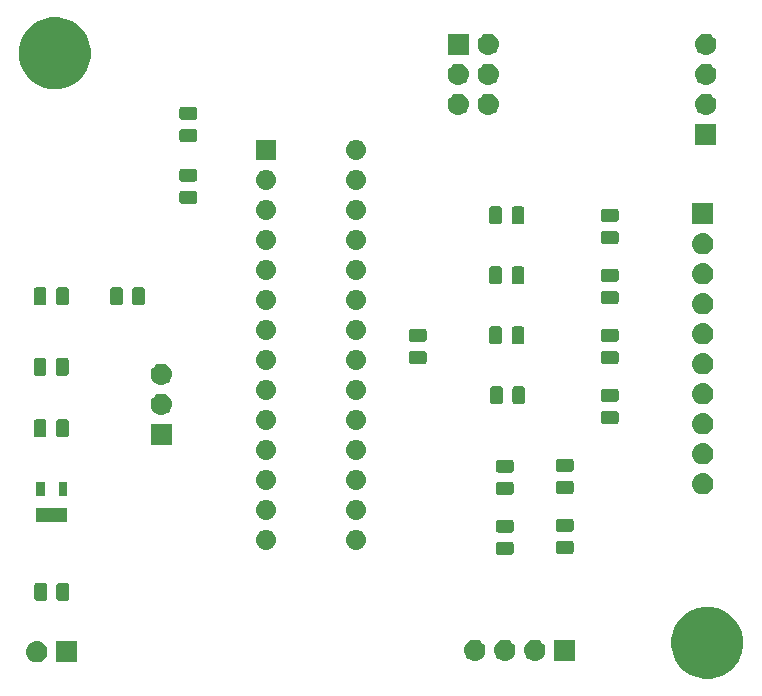
<source format=gts>
G04 #@! TF.GenerationSoftware,KiCad,Pcbnew,(5.1.2)-1*
G04 #@! TF.CreationDate,2019-09-17T06:22:35+02:00*
G04 #@! TF.ProjectId,PiezoBedSensor,5069657a-6f42-4656-9453-656e736f722e,rev?*
G04 #@! TF.SameCoordinates,Original*
G04 #@! TF.FileFunction,Soldermask,Top*
G04 #@! TF.FilePolarity,Negative*
%FSLAX46Y46*%
G04 Gerber Fmt 4.6, Leading zero omitted, Abs format (unit mm)*
G04 Created by KiCad (PCBNEW (5.1.2)-1) date 2019-09-17 06:22:35*
%MOMM*%
%LPD*%
G04 APERTURE LIST*
%ADD10C,0.100000*%
G04 APERTURE END LIST*
D10*
G36*
X156591943Y-102857248D02*
G01*
X157147189Y-103087238D01*
X157147190Y-103087239D01*
X157646899Y-103421134D01*
X158071866Y-103846101D01*
X158071867Y-103846103D01*
X158405762Y-104345811D01*
X158635752Y-104901057D01*
X158753000Y-105490501D01*
X158753000Y-106091499D01*
X158635752Y-106680943D01*
X158405762Y-107236189D01*
X158359264Y-107305778D01*
X158071866Y-107735899D01*
X157646899Y-108160866D01*
X157395347Y-108328948D01*
X157147189Y-108494762D01*
X156591943Y-108724752D01*
X156002499Y-108842000D01*
X155401501Y-108842000D01*
X154812057Y-108724752D01*
X154256811Y-108494762D01*
X154008653Y-108328948D01*
X153757101Y-108160866D01*
X153332134Y-107735899D01*
X153044736Y-107305778D01*
X152998238Y-107236189D01*
X152768248Y-106680943D01*
X152651000Y-106091499D01*
X152651000Y-105490501D01*
X152768248Y-104901057D01*
X152998238Y-104345811D01*
X153332133Y-103846103D01*
X153332134Y-103846101D01*
X153757101Y-103421134D01*
X154256810Y-103087239D01*
X154256811Y-103087238D01*
X154812057Y-102857248D01*
X155401501Y-102740000D01*
X156002499Y-102740000D01*
X156591943Y-102857248D01*
X156591943Y-102857248D01*
G37*
G36*
X102374000Y-107454000D02*
G01*
X100572000Y-107454000D01*
X100572000Y-105652000D01*
X102374000Y-105652000D01*
X102374000Y-107454000D01*
X102374000Y-107454000D01*
G37*
G36*
X99043443Y-105658519D02*
G01*
X99109627Y-105665037D01*
X99279466Y-105716557D01*
X99435991Y-105800222D01*
X99471729Y-105829552D01*
X99573186Y-105912814D01*
X99656448Y-106014271D01*
X99685778Y-106050009D01*
X99769443Y-106206534D01*
X99820963Y-106376373D01*
X99838359Y-106553000D01*
X99820963Y-106729627D01*
X99769443Y-106899466D01*
X99685778Y-107055991D01*
X99677411Y-107066186D01*
X99573186Y-107193186D01*
X99471729Y-107276448D01*
X99435991Y-107305778D01*
X99279466Y-107389443D01*
X99109627Y-107440963D01*
X99043442Y-107447482D01*
X98977260Y-107454000D01*
X98888740Y-107454000D01*
X98822558Y-107447482D01*
X98756373Y-107440963D01*
X98586534Y-107389443D01*
X98430009Y-107305778D01*
X98394271Y-107276448D01*
X98292814Y-107193186D01*
X98188589Y-107066186D01*
X98180222Y-107055991D01*
X98096557Y-106899466D01*
X98045037Y-106729627D01*
X98027641Y-106553000D01*
X98045037Y-106376373D01*
X98096557Y-106206534D01*
X98180222Y-106050009D01*
X98209552Y-106014271D01*
X98292814Y-105912814D01*
X98394271Y-105829552D01*
X98430009Y-105800222D01*
X98586534Y-105716557D01*
X98756373Y-105665037D01*
X98822557Y-105658519D01*
X98888740Y-105652000D01*
X98977260Y-105652000D01*
X99043443Y-105658519D01*
X99043443Y-105658519D01*
G37*
G36*
X136127443Y-105531519D02*
G01*
X136193627Y-105538037D01*
X136363466Y-105589557D01*
X136519991Y-105673222D01*
X136555729Y-105702552D01*
X136657186Y-105785814D01*
X136740448Y-105887271D01*
X136769778Y-105923009D01*
X136853443Y-106079534D01*
X136904963Y-106249373D01*
X136922359Y-106426000D01*
X136904963Y-106602627D01*
X136853443Y-106772466D01*
X136769778Y-106928991D01*
X136740448Y-106964729D01*
X136657186Y-107066186D01*
X136555729Y-107149448D01*
X136519991Y-107178778D01*
X136363466Y-107262443D01*
X136193627Y-107313963D01*
X136127442Y-107320482D01*
X136061260Y-107327000D01*
X135972740Y-107327000D01*
X135906558Y-107320482D01*
X135840373Y-107313963D01*
X135670534Y-107262443D01*
X135514009Y-107178778D01*
X135478271Y-107149448D01*
X135376814Y-107066186D01*
X135293552Y-106964729D01*
X135264222Y-106928991D01*
X135180557Y-106772466D01*
X135129037Y-106602627D01*
X135111641Y-106426000D01*
X135129037Y-106249373D01*
X135180557Y-106079534D01*
X135264222Y-105923009D01*
X135293552Y-105887271D01*
X135376814Y-105785814D01*
X135478271Y-105702552D01*
X135514009Y-105673222D01*
X135670534Y-105589557D01*
X135840373Y-105538037D01*
X135906558Y-105531518D01*
X135972740Y-105525000D01*
X136061260Y-105525000D01*
X136127443Y-105531519D01*
X136127443Y-105531519D01*
G37*
G36*
X138667443Y-105531519D02*
G01*
X138733627Y-105538037D01*
X138903466Y-105589557D01*
X139059991Y-105673222D01*
X139095729Y-105702552D01*
X139197186Y-105785814D01*
X139280448Y-105887271D01*
X139309778Y-105923009D01*
X139393443Y-106079534D01*
X139444963Y-106249373D01*
X139462359Y-106426000D01*
X139444963Y-106602627D01*
X139393443Y-106772466D01*
X139309778Y-106928991D01*
X139280448Y-106964729D01*
X139197186Y-107066186D01*
X139095729Y-107149448D01*
X139059991Y-107178778D01*
X138903466Y-107262443D01*
X138733627Y-107313963D01*
X138667442Y-107320482D01*
X138601260Y-107327000D01*
X138512740Y-107327000D01*
X138446558Y-107320482D01*
X138380373Y-107313963D01*
X138210534Y-107262443D01*
X138054009Y-107178778D01*
X138018271Y-107149448D01*
X137916814Y-107066186D01*
X137833552Y-106964729D01*
X137804222Y-106928991D01*
X137720557Y-106772466D01*
X137669037Y-106602627D01*
X137651641Y-106426000D01*
X137669037Y-106249373D01*
X137720557Y-106079534D01*
X137804222Y-105923009D01*
X137833552Y-105887271D01*
X137916814Y-105785814D01*
X138018271Y-105702552D01*
X138054009Y-105673222D01*
X138210534Y-105589557D01*
X138380373Y-105538037D01*
X138446558Y-105531518D01*
X138512740Y-105525000D01*
X138601260Y-105525000D01*
X138667443Y-105531519D01*
X138667443Y-105531519D01*
G37*
G36*
X141207443Y-105531519D02*
G01*
X141273627Y-105538037D01*
X141443466Y-105589557D01*
X141599991Y-105673222D01*
X141635729Y-105702552D01*
X141737186Y-105785814D01*
X141820448Y-105887271D01*
X141849778Y-105923009D01*
X141933443Y-106079534D01*
X141984963Y-106249373D01*
X142002359Y-106426000D01*
X141984963Y-106602627D01*
X141933443Y-106772466D01*
X141849778Y-106928991D01*
X141820448Y-106964729D01*
X141737186Y-107066186D01*
X141635729Y-107149448D01*
X141599991Y-107178778D01*
X141443466Y-107262443D01*
X141273627Y-107313963D01*
X141207442Y-107320482D01*
X141141260Y-107327000D01*
X141052740Y-107327000D01*
X140986558Y-107320482D01*
X140920373Y-107313963D01*
X140750534Y-107262443D01*
X140594009Y-107178778D01*
X140558271Y-107149448D01*
X140456814Y-107066186D01*
X140373552Y-106964729D01*
X140344222Y-106928991D01*
X140260557Y-106772466D01*
X140209037Y-106602627D01*
X140191641Y-106426000D01*
X140209037Y-106249373D01*
X140260557Y-106079534D01*
X140344222Y-105923009D01*
X140373552Y-105887271D01*
X140456814Y-105785814D01*
X140558271Y-105702552D01*
X140594009Y-105673222D01*
X140750534Y-105589557D01*
X140920373Y-105538037D01*
X140986558Y-105531518D01*
X141052740Y-105525000D01*
X141141260Y-105525000D01*
X141207443Y-105531519D01*
X141207443Y-105531519D01*
G37*
G36*
X144538000Y-107327000D02*
G01*
X142736000Y-107327000D01*
X142736000Y-105525000D01*
X144538000Y-105525000D01*
X144538000Y-107327000D01*
X144538000Y-107327000D01*
G37*
G36*
X101512468Y-100726565D02*
G01*
X101551138Y-100738296D01*
X101586777Y-100757346D01*
X101618017Y-100782983D01*
X101643654Y-100814223D01*
X101662704Y-100849862D01*
X101674435Y-100888532D01*
X101679000Y-100934888D01*
X101679000Y-102011112D01*
X101674435Y-102057468D01*
X101662704Y-102096138D01*
X101643654Y-102131777D01*
X101618017Y-102163017D01*
X101586777Y-102188654D01*
X101551138Y-102207704D01*
X101512468Y-102219435D01*
X101466112Y-102224000D01*
X100814888Y-102224000D01*
X100768532Y-102219435D01*
X100729862Y-102207704D01*
X100694223Y-102188654D01*
X100662983Y-102163017D01*
X100637346Y-102131777D01*
X100618296Y-102096138D01*
X100606565Y-102057468D01*
X100602000Y-102011112D01*
X100602000Y-100934888D01*
X100606565Y-100888532D01*
X100618296Y-100849862D01*
X100637346Y-100814223D01*
X100662983Y-100782983D01*
X100694223Y-100757346D01*
X100729862Y-100738296D01*
X100768532Y-100726565D01*
X100814888Y-100722000D01*
X101466112Y-100722000D01*
X101512468Y-100726565D01*
X101512468Y-100726565D01*
G37*
G36*
X99637468Y-100726565D02*
G01*
X99676138Y-100738296D01*
X99711777Y-100757346D01*
X99743017Y-100782983D01*
X99768654Y-100814223D01*
X99787704Y-100849862D01*
X99799435Y-100888532D01*
X99804000Y-100934888D01*
X99804000Y-102011112D01*
X99799435Y-102057468D01*
X99787704Y-102096138D01*
X99768654Y-102131777D01*
X99743017Y-102163017D01*
X99711777Y-102188654D01*
X99676138Y-102207704D01*
X99637468Y-102219435D01*
X99591112Y-102224000D01*
X98939888Y-102224000D01*
X98893532Y-102219435D01*
X98854862Y-102207704D01*
X98819223Y-102188654D01*
X98787983Y-102163017D01*
X98762346Y-102131777D01*
X98743296Y-102096138D01*
X98731565Y-102057468D01*
X98727000Y-102011112D01*
X98727000Y-100934888D01*
X98731565Y-100888532D01*
X98743296Y-100849862D01*
X98762346Y-100814223D01*
X98787983Y-100782983D01*
X98819223Y-100757346D01*
X98854862Y-100738296D01*
X98893532Y-100726565D01*
X98939888Y-100722000D01*
X99591112Y-100722000D01*
X99637468Y-100726565D01*
X99637468Y-100726565D01*
G37*
G36*
X139141468Y-97256065D02*
G01*
X139180138Y-97267796D01*
X139215777Y-97286846D01*
X139247017Y-97312483D01*
X139272654Y-97343723D01*
X139291704Y-97379362D01*
X139303435Y-97418032D01*
X139308000Y-97464388D01*
X139308000Y-98115612D01*
X139303435Y-98161968D01*
X139291704Y-98200638D01*
X139272654Y-98236277D01*
X139247017Y-98267517D01*
X139215777Y-98293154D01*
X139180138Y-98312204D01*
X139141468Y-98323935D01*
X139095112Y-98328500D01*
X138018888Y-98328500D01*
X137972532Y-98323935D01*
X137933862Y-98312204D01*
X137898223Y-98293154D01*
X137866983Y-98267517D01*
X137841346Y-98236277D01*
X137822296Y-98200638D01*
X137810565Y-98161968D01*
X137806000Y-98115612D01*
X137806000Y-97464388D01*
X137810565Y-97418032D01*
X137822296Y-97379362D01*
X137841346Y-97343723D01*
X137866983Y-97312483D01*
X137898223Y-97286846D01*
X137933862Y-97267796D01*
X137972532Y-97256065D01*
X138018888Y-97251500D01*
X139095112Y-97251500D01*
X139141468Y-97256065D01*
X139141468Y-97256065D01*
G37*
G36*
X144221468Y-97177565D02*
G01*
X144260138Y-97189296D01*
X144295777Y-97208346D01*
X144327017Y-97233983D01*
X144352654Y-97265223D01*
X144371704Y-97300862D01*
X144383435Y-97339532D01*
X144388000Y-97385888D01*
X144388000Y-98037112D01*
X144383435Y-98083468D01*
X144371704Y-98122138D01*
X144352654Y-98157777D01*
X144327017Y-98189017D01*
X144295777Y-98214654D01*
X144260138Y-98233704D01*
X144221468Y-98245435D01*
X144175112Y-98250000D01*
X143098888Y-98250000D01*
X143052532Y-98245435D01*
X143013862Y-98233704D01*
X142978223Y-98214654D01*
X142946983Y-98189017D01*
X142921346Y-98157777D01*
X142902296Y-98122138D01*
X142890565Y-98083468D01*
X142886000Y-98037112D01*
X142886000Y-97385888D01*
X142890565Y-97339532D01*
X142902296Y-97300862D01*
X142921346Y-97265223D01*
X142946983Y-97233983D01*
X142978223Y-97208346D01*
X143013862Y-97189296D01*
X143052532Y-97177565D01*
X143098888Y-97173000D01*
X144175112Y-97173000D01*
X144221468Y-97177565D01*
X144221468Y-97177565D01*
G37*
G36*
X126126823Y-96236313D02*
G01*
X126287242Y-96284976D01*
X126378654Y-96333837D01*
X126435078Y-96363996D01*
X126564659Y-96470341D01*
X126671004Y-96599922D01*
X126671005Y-96599924D01*
X126750024Y-96747758D01*
X126798687Y-96908177D01*
X126815117Y-97075000D01*
X126798687Y-97241823D01*
X126750024Y-97402242D01*
X126741755Y-97417712D01*
X126671004Y-97550078D01*
X126564659Y-97679659D01*
X126435078Y-97786004D01*
X126435076Y-97786005D01*
X126287242Y-97865024D01*
X126126823Y-97913687D01*
X126001804Y-97926000D01*
X125918196Y-97926000D01*
X125793177Y-97913687D01*
X125632758Y-97865024D01*
X125484924Y-97786005D01*
X125484922Y-97786004D01*
X125355341Y-97679659D01*
X125248996Y-97550078D01*
X125178245Y-97417712D01*
X125169976Y-97402242D01*
X125121313Y-97241823D01*
X125104883Y-97075000D01*
X125121313Y-96908177D01*
X125169976Y-96747758D01*
X125248995Y-96599924D01*
X125248996Y-96599922D01*
X125355341Y-96470341D01*
X125484922Y-96363996D01*
X125541346Y-96333837D01*
X125632758Y-96284976D01*
X125793177Y-96236313D01*
X125918196Y-96224000D01*
X126001804Y-96224000D01*
X126126823Y-96236313D01*
X126126823Y-96236313D01*
G37*
G36*
X118506823Y-96236313D02*
G01*
X118667242Y-96284976D01*
X118758654Y-96333837D01*
X118815078Y-96363996D01*
X118944659Y-96470341D01*
X119051004Y-96599922D01*
X119051005Y-96599924D01*
X119130024Y-96747758D01*
X119178687Y-96908177D01*
X119195117Y-97075000D01*
X119178687Y-97241823D01*
X119130024Y-97402242D01*
X119121755Y-97417712D01*
X119051004Y-97550078D01*
X118944659Y-97679659D01*
X118815078Y-97786004D01*
X118815076Y-97786005D01*
X118667242Y-97865024D01*
X118506823Y-97913687D01*
X118381804Y-97926000D01*
X118298196Y-97926000D01*
X118173177Y-97913687D01*
X118012758Y-97865024D01*
X117864924Y-97786005D01*
X117864922Y-97786004D01*
X117735341Y-97679659D01*
X117628996Y-97550078D01*
X117558245Y-97417712D01*
X117549976Y-97402242D01*
X117501313Y-97241823D01*
X117484883Y-97075000D01*
X117501313Y-96908177D01*
X117549976Y-96747758D01*
X117628995Y-96599924D01*
X117628996Y-96599922D01*
X117735341Y-96470341D01*
X117864922Y-96363996D01*
X117921346Y-96333837D01*
X118012758Y-96284976D01*
X118173177Y-96236313D01*
X118298196Y-96224000D01*
X118381804Y-96224000D01*
X118506823Y-96236313D01*
X118506823Y-96236313D01*
G37*
G36*
X139141468Y-95381065D02*
G01*
X139180138Y-95392796D01*
X139215777Y-95411846D01*
X139247017Y-95437483D01*
X139272654Y-95468723D01*
X139291704Y-95504362D01*
X139303435Y-95543032D01*
X139308000Y-95589388D01*
X139308000Y-96240612D01*
X139303435Y-96286968D01*
X139291704Y-96325638D01*
X139272654Y-96361277D01*
X139247017Y-96392517D01*
X139215777Y-96418154D01*
X139180138Y-96437204D01*
X139141468Y-96448935D01*
X139095112Y-96453500D01*
X138018888Y-96453500D01*
X137972532Y-96448935D01*
X137933862Y-96437204D01*
X137898223Y-96418154D01*
X137866983Y-96392517D01*
X137841346Y-96361277D01*
X137822296Y-96325638D01*
X137810565Y-96286968D01*
X137806000Y-96240612D01*
X137806000Y-95589388D01*
X137810565Y-95543032D01*
X137822296Y-95504362D01*
X137841346Y-95468723D01*
X137866983Y-95437483D01*
X137898223Y-95411846D01*
X137933862Y-95392796D01*
X137972532Y-95381065D01*
X138018888Y-95376500D01*
X139095112Y-95376500D01*
X139141468Y-95381065D01*
X139141468Y-95381065D01*
G37*
G36*
X144221468Y-95302565D02*
G01*
X144260138Y-95314296D01*
X144295777Y-95333346D01*
X144327017Y-95358983D01*
X144352654Y-95390223D01*
X144371704Y-95425862D01*
X144383435Y-95464532D01*
X144388000Y-95510888D01*
X144388000Y-96162112D01*
X144383435Y-96208468D01*
X144371704Y-96247138D01*
X144352654Y-96282777D01*
X144327017Y-96314017D01*
X144295777Y-96339654D01*
X144260138Y-96358704D01*
X144221468Y-96370435D01*
X144175112Y-96375000D01*
X143098888Y-96375000D01*
X143052532Y-96370435D01*
X143013862Y-96358704D01*
X142978223Y-96339654D01*
X142946983Y-96314017D01*
X142921346Y-96282777D01*
X142902296Y-96247138D01*
X142890565Y-96208468D01*
X142886000Y-96162112D01*
X142886000Y-95510888D01*
X142890565Y-95464532D01*
X142902296Y-95425862D01*
X142921346Y-95390223D01*
X142946983Y-95358983D01*
X142978223Y-95333346D01*
X143013862Y-95314296D01*
X143052532Y-95302565D01*
X143098888Y-95298000D01*
X144175112Y-95298000D01*
X144221468Y-95302565D01*
X144221468Y-95302565D01*
G37*
G36*
X101529000Y-95534000D02*
G01*
X98877000Y-95534000D01*
X98877000Y-94372000D01*
X101529000Y-94372000D01*
X101529000Y-95534000D01*
X101529000Y-95534000D01*
G37*
G36*
X126126823Y-93696313D02*
G01*
X126287242Y-93744976D01*
X126419906Y-93815886D01*
X126435078Y-93823996D01*
X126564659Y-93930341D01*
X126671004Y-94059922D01*
X126671005Y-94059924D01*
X126750024Y-94207758D01*
X126798687Y-94368177D01*
X126815117Y-94535000D01*
X126798687Y-94701823D01*
X126750024Y-94862242D01*
X126679114Y-94994906D01*
X126671004Y-95010078D01*
X126564659Y-95139659D01*
X126435078Y-95246004D01*
X126435076Y-95246005D01*
X126287242Y-95325024D01*
X126126823Y-95373687D01*
X126001804Y-95386000D01*
X125918196Y-95386000D01*
X125793177Y-95373687D01*
X125632758Y-95325024D01*
X125484924Y-95246005D01*
X125484922Y-95246004D01*
X125355341Y-95139659D01*
X125248996Y-95010078D01*
X125240886Y-94994906D01*
X125169976Y-94862242D01*
X125121313Y-94701823D01*
X125104883Y-94535000D01*
X125121313Y-94368177D01*
X125169976Y-94207758D01*
X125248995Y-94059924D01*
X125248996Y-94059922D01*
X125355341Y-93930341D01*
X125484922Y-93823996D01*
X125500094Y-93815886D01*
X125632758Y-93744976D01*
X125793177Y-93696313D01*
X125918196Y-93684000D01*
X126001804Y-93684000D01*
X126126823Y-93696313D01*
X126126823Y-93696313D01*
G37*
G36*
X118506823Y-93696313D02*
G01*
X118667242Y-93744976D01*
X118799906Y-93815886D01*
X118815078Y-93823996D01*
X118944659Y-93930341D01*
X119051004Y-94059922D01*
X119051005Y-94059924D01*
X119130024Y-94207758D01*
X119178687Y-94368177D01*
X119195117Y-94535000D01*
X119178687Y-94701823D01*
X119130024Y-94862242D01*
X119059114Y-94994906D01*
X119051004Y-95010078D01*
X118944659Y-95139659D01*
X118815078Y-95246004D01*
X118815076Y-95246005D01*
X118667242Y-95325024D01*
X118506823Y-95373687D01*
X118381804Y-95386000D01*
X118298196Y-95386000D01*
X118173177Y-95373687D01*
X118012758Y-95325024D01*
X117864924Y-95246005D01*
X117864922Y-95246004D01*
X117735341Y-95139659D01*
X117628996Y-95010078D01*
X117620886Y-94994906D01*
X117549976Y-94862242D01*
X117501313Y-94701823D01*
X117484883Y-94535000D01*
X117501313Y-94368177D01*
X117549976Y-94207758D01*
X117628995Y-94059924D01*
X117628996Y-94059922D01*
X117735341Y-93930341D01*
X117864922Y-93823996D01*
X117880094Y-93815886D01*
X118012758Y-93744976D01*
X118173177Y-93696313D01*
X118298196Y-93684000D01*
X118381804Y-93684000D01*
X118506823Y-93696313D01*
X118506823Y-93696313D01*
G37*
G36*
X101529000Y-93334000D02*
G01*
X100777000Y-93334000D01*
X100777000Y-92172000D01*
X101529000Y-92172000D01*
X101529000Y-93334000D01*
X101529000Y-93334000D01*
G37*
G36*
X99629000Y-93334000D02*
G01*
X98877000Y-93334000D01*
X98877000Y-92172000D01*
X99629000Y-92172000D01*
X99629000Y-93334000D01*
X99629000Y-93334000D01*
G37*
G36*
X139141468Y-92176065D02*
G01*
X139180138Y-92187796D01*
X139215777Y-92206846D01*
X139247017Y-92232483D01*
X139272654Y-92263723D01*
X139291704Y-92299362D01*
X139303435Y-92338032D01*
X139308000Y-92384388D01*
X139308000Y-93035612D01*
X139303435Y-93081968D01*
X139291704Y-93120638D01*
X139272654Y-93156277D01*
X139247017Y-93187517D01*
X139215777Y-93213154D01*
X139180138Y-93232204D01*
X139141468Y-93243935D01*
X139095112Y-93248500D01*
X138018888Y-93248500D01*
X137972532Y-93243935D01*
X137933862Y-93232204D01*
X137898223Y-93213154D01*
X137866983Y-93187517D01*
X137841346Y-93156277D01*
X137822296Y-93120638D01*
X137810565Y-93081968D01*
X137806000Y-93035612D01*
X137806000Y-92384388D01*
X137810565Y-92338032D01*
X137822296Y-92299362D01*
X137841346Y-92263723D01*
X137866983Y-92232483D01*
X137898223Y-92206846D01*
X137933862Y-92187796D01*
X137972532Y-92176065D01*
X138018888Y-92171500D01*
X139095112Y-92171500D01*
X139141468Y-92176065D01*
X139141468Y-92176065D01*
G37*
G36*
X155431443Y-91434519D02*
G01*
X155497627Y-91441037D01*
X155667466Y-91492557D01*
X155823991Y-91576222D01*
X155859729Y-91605552D01*
X155961186Y-91688814D01*
X156044448Y-91790271D01*
X156073778Y-91826009D01*
X156157443Y-91982534D01*
X156208963Y-92152373D01*
X156226359Y-92329000D01*
X156208963Y-92505627D01*
X156157443Y-92675466D01*
X156073778Y-92831991D01*
X156072386Y-92833687D01*
X155961186Y-92969186D01*
X155884916Y-93031778D01*
X155823991Y-93081778D01*
X155667466Y-93165443D01*
X155497627Y-93216963D01*
X155431443Y-93223481D01*
X155365260Y-93230000D01*
X155276740Y-93230000D01*
X155210557Y-93223481D01*
X155144373Y-93216963D01*
X154974534Y-93165443D01*
X154818009Y-93081778D01*
X154757084Y-93031778D01*
X154680814Y-92969186D01*
X154569614Y-92833687D01*
X154568222Y-92831991D01*
X154484557Y-92675466D01*
X154433037Y-92505627D01*
X154415641Y-92329000D01*
X154433037Y-92152373D01*
X154484557Y-91982534D01*
X154568222Y-91826009D01*
X154597552Y-91790271D01*
X154680814Y-91688814D01*
X154782271Y-91605552D01*
X154818009Y-91576222D01*
X154974534Y-91492557D01*
X155144373Y-91441037D01*
X155210558Y-91434518D01*
X155276740Y-91428000D01*
X155365260Y-91428000D01*
X155431443Y-91434519D01*
X155431443Y-91434519D01*
G37*
G36*
X144221468Y-92097565D02*
G01*
X144260138Y-92109296D01*
X144295777Y-92128346D01*
X144327017Y-92153983D01*
X144352654Y-92185223D01*
X144371704Y-92220862D01*
X144383435Y-92259532D01*
X144388000Y-92305888D01*
X144388000Y-92957112D01*
X144383435Y-93003468D01*
X144371704Y-93042138D01*
X144352654Y-93077777D01*
X144327017Y-93109017D01*
X144295777Y-93134654D01*
X144260138Y-93153704D01*
X144221468Y-93165435D01*
X144175112Y-93170000D01*
X143098888Y-93170000D01*
X143052532Y-93165435D01*
X143013862Y-93153704D01*
X142978223Y-93134654D01*
X142946983Y-93109017D01*
X142921346Y-93077777D01*
X142902296Y-93042138D01*
X142890565Y-93003468D01*
X142886000Y-92957112D01*
X142886000Y-92305888D01*
X142890565Y-92259532D01*
X142902296Y-92220862D01*
X142921346Y-92185223D01*
X142946983Y-92153983D01*
X142978223Y-92128346D01*
X143013862Y-92109296D01*
X143052532Y-92097565D01*
X143098888Y-92093000D01*
X144175112Y-92093000D01*
X144221468Y-92097565D01*
X144221468Y-92097565D01*
G37*
G36*
X118506823Y-91156313D02*
G01*
X118667242Y-91204976D01*
X118758654Y-91253837D01*
X118815078Y-91283996D01*
X118944659Y-91390341D01*
X119051004Y-91519922D01*
X119051005Y-91519924D01*
X119130024Y-91667758D01*
X119178687Y-91828177D01*
X119195117Y-91995000D01*
X119178687Y-92161823D01*
X119130024Y-92322242D01*
X119121755Y-92337712D01*
X119051004Y-92470078D01*
X118944659Y-92599659D01*
X118815078Y-92706004D01*
X118815076Y-92706005D01*
X118667242Y-92785024D01*
X118506823Y-92833687D01*
X118381804Y-92846000D01*
X118298196Y-92846000D01*
X118173177Y-92833687D01*
X118012758Y-92785024D01*
X117864924Y-92706005D01*
X117864922Y-92706004D01*
X117735341Y-92599659D01*
X117628996Y-92470078D01*
X117558245Y-92337712D01*
X117549976Y-92322242D01*
X117501313Y-92161823D01*
X117484883Y-91995000D01*
X117501313Y-91828177D01*
X117549976Y-91667758D01*
X117628995Y-91519924D01*
X117628996Y-91519922D01*
X117735341Y-91390341D01*
X117864922Y-91283996D01*
X117921346Y-91253837D01*
X118012758Y-91204976D01*
X118173177Y-91156313D01*
X118298196Y-91144000D01*
X118381804Y-91144000D01*
X118506823Y-91156313D01*
X118506823Y-91156313D01*
G37*
G36*
X126126823Y-91156313D02*
G01*
X126287242Y-91204976D01*
X126378654Y-91253837D01*
X126435078Y-91283996D01*
X126564659Y-91390341D01*
X126671004Y-91519922D01*
X126671005Y-91519924D01*
X126750024Y-91667758D01*
X126798687Y-91828177D01*
X126815117Y-91995000D01*
X126798687Y-92161823D01*
X126750024Y-92322242D01*
X126741755Y-92337712D01*
X126671004Y-92470078D01*
X126564659Y-92599659D01*
X126435078Y-92706004D01*
X126435076Y-92706005D01*
X126287242Y-92785024D01*
X126126823Y-92833687D01*
X126001804Y-92846000D01*
X125918196Y-92846000D01*
X125793177Y-92833687D01*
X125632758Y-92785024D01*
X125484924Y-92706005D01*
X125484922Y-92706004D01*
X125355341Y-92599659D01*
X125248996Y-92470078D01*
X125178245Y-92337712D01*
X125169976Y-92322242D01*
X125121313Y-92161823D01*
X125104883Y-91995000D01*
X125121313Y-91828177D01*
X125169976Y-91667758D01*
X125248995Y-91519924D01*
X125248996Y-91519922D01*
X125355341Y-91390341D01*
X125484922Y-91283996D01*
X125541346Y-91253837D01*
X125632758Y-91204976D01*
X125793177Y-91156313D01*
X125918196Y-91144000D01*
X126001804Y-91144000D01*
X126126823Y-91156313D01*
X126126823Y-91156313D01*
G37*
G36*
X139141468Y-90301065D02*
G01*
X139180138Y-90312796D01*
X139215777Y-90331846D01*
X139247017Y-90357483D01*
X139272654Y-90388723D01*
X139291704Y-90424362D01*
X139303435Y-90463032D01*
X139308000Y-90509388D01*
X139308000Y-91160612D01*
X139303435Y-91206968D01*
X139291704Y-91245638D01*
X139272654Y-91281277D01*
X139247017Y-91312517D01*
X139215777Y-91338154D01*
X139180138Y-91357204D01*
X139141468Y-91368935D01*
X139095112Y-91373500D01*
X138018888Y-91373500D01*
X137972532Y-91368935D01*
X137933862Y-91357204D01*
X137898223Y-91338154D01*
X137866983Y-91312517D01*
X137841346Y-91281277D01*
X137822296Y-91245638D01*
X137810565Y-91206968D01*
X137806000Y-91160612D01*
X137806000Y-90509388D01*
X137810565Y-90463032D01*
X137822296Y-90424362D01*
X137841346Y-90388723D01*
X137866983Y-90357483D01*
X137898223Y-90331846D01*
X137933862Y-90312796D01*
X137972532Y-90301065D01*
X138018888Y-90296500D01*
X139095112Y-90296500D01*
X139141468Y-90301065D01*
X139141468Y-90301065D01*
G37*
G36*
X144221468Y-90222565D02*
G01*
X144260138Y-90234296D01*
X144295777Y-90253346D01*
X144327017Y-90278983D01*
X144352654Y-90310223D01*
X144371704Y-90345862D01*
X144383435Y-90384532D01*
X144388000Y-90430888D01*
X144388000Y-91082112D01*
X144383435Y-91128468D01*
X144371704Y-91167138D01*
X144352654Y-91202777D01*
X144327017Y-91234017D01*
X144295777Y-91259654D01*
X144260138Y-91278704D01*
X144221468Y-91290435D01*
X144175112Y-91295000D01*
X143098888Y-91295000D01*
X143052532Y-91290435D01*
X143013862Y-91278704D01*
X142978223Y-91259654D01*
X142946983Y-91234017D01*
X142921346Y-91202777D01*
X142902296Y-91167138D01*
X142890565Y-91128468D01*
X142886000Y-91082112D01*
X142886000Y-90430888D01*
X142890565Y-90384532D01*
X142902296Y-90345862D01*
X142921346Y-90310223D01*
X142946983Y-90278983D01*
X142978223Y-90253346D01*
X143013862Y-90234296D01*
X143052532Y-90222565D01*
X143098888Y-90218000D01*
X144175112Y-90218000D01*
X144221468Y-90222565D01*
X144221468Y-90222565D01*
G37*
G36*
X155431442Y-88894518D02*
G01*
X155497627Y-88901037D01*
X155667466Y-88952557D01*
X155823991Y-89036222D01*
X155859729Y-89065552D01*
X155961186Y-89148814D01*
X156044448Y-89250271D01*
X156073778Y-89286009D01*
X156157443Y-89442534D01*
X156208963Y-89612373D01*
X156226359Y-89789000D01*
X156208963Y-89965627D01*
X156157443Y-90135466D01*
X156073778Y-90291991D01*
X156044448Y-90327729D01*
X155961186Y-90429186D01*
X155863458Y-90509388D01*
X155823991Y-90541778D01*
X155667466Y-90625443D01*
X155497627Y-90676963D01*
X155431442Y-90683482D01*
X155365260Y-90690000D01*
X155276740Y-90690000D01*
X155210558Y-90683482D01*
X155144373Y-90676963D01*
X154974534Y-90625443D01*
X154818009Y-90541778D01*
X154778542Y-90509388D01*
X154680814Y-90429186D01*
X154597552Y-90327729D01*
X154568222Y-90291991D01*
X154484557Y-90135466D01*
X154433037Y-89965627D01*
X154415641Y-89789000D01*
X154433037Y-89612373D01*
X154484557Y-89442534D01*
X154568222Y-89286009D01*
X154597552Y-89250271D01*
X154680814Y-89148814D01*
X154782271Y-89065552D01*
X154818009Y-89036222D01*
X154974534Y-88952557D01*
X155144373Y-88901037D01*
X155210558Y-88894518D01*
X155276740Y-88888000D01*
X155365260Y-88888000D01*
X155431442Y-88894518D01*
X155431442Y-88894518D01*
G37*
G36*
X118506823Y-88616313D02*
G01*
X118667242Y-88664976D01*
X118799906Y-88735886D01*
X118815078Y-88743996D01*
X118944659Y-88850341D01*
X119051004Y-88979922D01*
X119051005Y-88979924D01*
X119130024Y-89127758D01*
X119178687Y-89288177D01*
X119195117Y-89455000D01*
X119178687Y-89621823D01*
X119130024Y-89782242D01*
X119059114Y-89914906D01*
X119051004Y-89930078D01*
X118944659Y-90059659D01*
X118815078Y-90166004D01*
X118815076Y-90166005D01*
X118667242Y-90245024D01*
X118506823Y-90293687D01*
X118381804Y-90306000D01*
X118298196Y-90306000D01*
X118173177Y-90293687D01*
X118012758Y-90245024D01*
X117864924Y-90166005D01*
X117864922Y-90166004D01*
X117735341Y-90059659D01*
X117628996Y-89930078D01*
X117620886Y-89914906D01*
X117549976Y-89782242D01*
X117501313Y-89621823D01*
X117484883Y-89455000D01*
X117501313Y-89288177D01*
X117549976Y-89127758D01*
X117628995Y-88979924D01*
X117628996Y-88979922D01*
X117735341Y-88850341D01*
X117864922Y-88743996D01*
X117880094Y-88735886D01*
X118012758Y-88664976D01*
X118173177Y-88616313D01*
X118298196Y-88604000D01*
X118381804Y-88604000D01*
X118506823Y-88616313D01*
X118506823Y-88616313D01*
G37*
G36*
X126126823Y-88616313D02*
G01*
X126287242Y-88664976D01*
X126419906Y-88735886D01*
X126435078Y-88743996D01*
X126564659Y-88850341D01*
X126671004Y-88979922D01*
X126671005Y-88979924D01*
X126750024Y-89127758D01*
X126798687Y-89288177D01*
X126815117Y-89455000D01*
X126798687Y-89621823D01*
X126750024Y-89782242D01*
X126679114Y-89914906D01*
X126671004Y-89930078D01*
X126564659Y-90059659D01*
X126435078Y-90166004D01*
X126435076Y-90166005D01*
X126287242Y-90245024D01*
X126126823Y-90293687D01*
X126001804Y-90306000D01*
X125918196Y-90306000D01*
X125793177Y-90293687D01*
X125632758Y-90245024D01*
X125484924Y-90166005D01*
X125484922Y-90166004D01*
X125355341Y-90059659D01*
X125248996Y-89930078D01*
X125240886Y-89914906D01*
X125169976Y-89782242D01*
X125121313Y-89621823D01*
X125104883Y-89455000D01*
X125121313Y-89288177D01*
X125169976Y-89127758D01*
X125248995Y-88979924D01*
X125248996Y-88979922D01*
X125355341Y-88850341D01*
X125484922Y-88743996D01*
X125500094Y-88735886D01*
X125632758Y-88664976D01*
X125793177Y-88616313D01*
X125918196Y-88604000D01*
X126001804Y-88604000D01*
X126126823Y-88616313D01*
X126126823Y-88616313D01*
G37*
G36*
X110375000Y-89039000D02*
G01*
X108573000Y-89039000D01*
X108573000Y-87237000D01*
X110375000Y-87237000D01*
X110375000Y-89039000D01*
X110375000Y-89039000D01*
G37*
G36*
X101463968Y-86883565D02*
G01*
X101502638Y-86895296D01*
X101538277Y-86914346D01*
X101569517Y-86939983D01*
X101595154Y-86971223D01*
X101614204Y-87006862D01*
X101625935Y-87045532D01*
X101630500Y-87091888D01*
X101630500Y-88168112D01*
X101625935Y-88214468D01*
X101614204Y-88253138D01*
X101595154Y-88288777D01*
X101569517Y-88320017D01*
X101538277Y-88345654D01*
X101502638Y-88364704D01*
X101463968Y-88376435D01*
X101417612Y-88381000D01*
X100766388Y-88381000D01*
X100720032Y-88376435D01*
X100681362Y-88364704D01*
X100645723Y-88345654D01*
X100614483Y-88320017D01*
X100588846Y-88288777D01*
X100569796Y-88253138D01*
X100558065Y-88214468D01*
X100553500Y-88168112D01*
X100553500Y-87091888D01*
X100558065Y-87045532D01*
X100569796Y-87006862D01*
X100588846Y-86971223D01*
X100614483Y-86939983D01*
X100645723Y-86914346D01*
X100681362Y-86895296D01*
X100720032Y-86883565D01*
X100766388Y-86879000D01*
X101417612Y-86879000D01*
X101463968Y-86883565D01*
X101463968Y-86883565D01*
G37*
G36*
X99588968Y-86883565D02*
G01*
X99627638Y-86895296D01*
X99663277Y-86914346D01*
X99694517Y-86939983D01*
X99720154Y-86971223D01*
X99739204Y-87006862D01*
X99750935Y-87045532D01*
X99755500Y-87091888D01*
X99755500Y-88168112D01*
X99750935Y-88214468D01*
X99739204Y-88253138D01*
X99720154Y-88288777D01*
X99694517Y-88320017D01*
X99663277Y-88345654D01*
X99627638Y-88364704D01*
X99588968Y-88376435D01*
X99542612Y-88381000D01*
X98891388Y-88381000D01*
X98845032Y-88376435D01*
X98806362Y-88364704D01*
X98770723Y-88345654D01*
X98739483Y-88320017D01*
X98713846Y-88288777D01*
X98694796Y-88253138D01*
X98683065Y-88214468D01*
X98678500Y-88168112D01*
X98678500Y-87091888D01*
X98683065Y-87045532D01*
X98694796Y-87006862D01*
X98713846Y-86971223D01*
X98739483Y-86939983D01*
X98770723Y-86914346D01*
X98806362Y-86895296D01*
X98845032Y-86883565D01*
X98891388Y-86879000D01*
X99542612Y-86879000D01*
X99588968Y-86883565D01*
X99588968Y-86883565D01*
G37*
G36*
X155431443Y-86354519D02*
G01*
X155497627Y-86361037D01*
X155667466Y-86412557D01*
X155823991Y-86496222D01*
X155859729Y-86525552D01*
X155961186Y-86608814D01*
X156044448Y-86710271D01*
X156073778Y-86746009D01*
X156157443Y-86902534D01*
X156208963Y-87072373D01*
X156226359Y-87249000D01*
X156208963Y-87425627D01*
X156157443Y-87595466D01*
X156073778Y-87751991D01*
X156072386Y-87753687D01*
X155961186Y-87889186D01*
X155859729Y-87972448D01*
X155823991Y-88001778D01*
X155667466Y-88085443D01*
X155497627Y-88136963D01*
X155431442Y-88143482D01*
X155365260Y-88150000D01*
X155276740Y-88150000D01*
X155210558Y-88143482D01*
X155144373Y-88136963D01*
X154974534Y-88085443D01*
X154818009Y-88001778D01*
X154782271Y-87972448D01*
X154680814Y-87889186D01*
X154569614Y-87753687D01*
X154568222Y-87751991D01*
X154484557Y-87595466D01*
X154433037Y-87425627D01*
X154415641Y-87249000D01*
X154433037Y-87072373D01*
X154484557Y-86902534D01*
X154568222Y-86746009D01*
X154597552Y-86710271D01*
X154680814Y-86608814D01*
X154782271Y-86525552D01*
X154818009Y-86496222D01*
X154974534Y-86412557D01*
X155144373Y-86361037D01*
X155210557Y-86354519D01*
X155276740Y-86348000D01*
X155365260Y-86348000D01*
X155431443Y-86354519D01*
X155431443Y-86354519D01*
G37*
G36*
X126126823Y-86076313D02*
G01*
X126287242Y-86124976D01*
X126385833Y-86177674D01*
X126435078Y-86203996D01*
X126564659Y-86310341D01*
X126671004Y-86439922D01*
X126671005Y-86439924D01*
X126750024Y-86587758D01*
X126798687Y-86748177D01*
X126815117Y-86915000D01*
X126798687Y-87081823D01*
X126750024Y-87242242D01*
X126679114Y-87374906D01*
X126671004Y-87390078D01*
X126564659Y-87519659D01*
X126435078Y-87626004D01*
X126435076Y-87626005D01*
X126287242Y-87705024D01*
X126126823Y-87753687D01*
X126001804Y-87766000D01*
X125918196Y-87766000D01*
X125793177Y-87753687D01*
X125632758Y-87705024D01*
X125484924Y-87626005D01*
X125484922Y-87626004D01*
X125355341Y-87519659D01*
X125248996Y-87390078D01*
X125240886Y-87374906D01*
X125169976Y-87242242D01*
X125121313Y-87081823D01*
X125104883Y-86915000D01*
X125121313Y-86748177D01*
X125169976Y-86587758D01*
X125248995Y-86439924D01*
X125248996Y-86439922D01*
X125355341Y-86310341D01*
X125484922Y-86203996D01*
X125534167Y-86177674D01*
X125632758Y-86124976D01*
X125793177Y-86076313D01*
X125918196Y-86064000D01*
X126001804Y-86064000D01*
X126126823Y-86076313D01*
X126126823Y-86076313D01*
G37*
G36*
X118506823Y-86076313D02*
G01*
X118667242Y-86124976D01*
X118765833Y-86177674D01*
X118815078Y-86203996D01*
X118944659Y-86310341D01*
X119051004Y-86439922D01*
X119051005Y-86439924D01*
X119130024Y-86587758D01*
X119178687Y-86748177D01*
X119195117Y-86915000D01*
X119178687Y-87081823D01*
X119130024Y-87242242D01*
X119059114Y-87374906D01*
X119051004Y-87390078D01*
X118944659Y-87519659D01*
X118815078Y-87626004D01*
X118815076Y-87626005D01*
X118667242Y-87705024D01*
X118506823Y-87753687D01*
X118381804Y-87766000D01*
X118298196Y-87766000D01*
X118173177Y-87753687D01*
X118012758Y-87705024D01*
X117864924Y-87626005D01*
X117864922Y-87626004D01*
X117735341Y-87519659D01*
X117628996Y-87390078D01*
X117620886Y-87374906D01*
X117549976Y-87242242D01*
X117501313Y-87081823D01*
X117484883Y-86915000D01*
X117501313Y-86748177D01*
X117549976Y-86587758D01*
X117628995Y-86439924D01*
X117628996Y-86439922D01*
X117735341Y-86310341D01*
X117864922Y-86203996D01*
X117914167Y-86177674D01*
X118012758Y-86124976D01*
X118173177Y-86076313D01*
X118298196Y-86064000D01*
X118381804Y-86064000D01*
X118506823Y-86076313D01*
X118506823Y-86076313D01*
G37*
G36*
X148031468Y-86177065D02*
G01*
X148070138Y-86188796D01*
X148105777Y-86207846D01*
X148137017Y-86233483D01*
X148162654Y-86264723D01*
X148181704Y-86300362D01*
X148193435Y-86339032D01*
X148198000Y-86385388D01*
X148198000Y-87036612D01*
X148193435Y-87082968D01*
X148181704Y-87121638D01*
X148162654Y-87157277D01*
X148137017Y-87188517D01*
X148105777Y-87214154D01*
X148070138Y-87233204D01*
X148031468Y-87244935D01*
X147985112Y-87249500D01*
X146908888Y-87249500D01*
X146862532Y-87244935D01*
X146823862Y-87233204D01*
X146788223Y-87214154D01*
X146756983Y-87188517D01*
X146731346Y-87157277D01*
X146712296Y-87121638D01*
X146700565Y-87082968D01*
X146696000Y-87036612D01*
X146696000Y-86385388D01*
X146700565Y-86339032D01*
X146712296Y-86300362D01*
X146731346Y-86264723D01*
X146756983Y-86233483D01*
X146788223Y-86207846D01*
X146823862Y-86188796D01*
X146862532Y-86177065D01*
X146908888Y-86172500D01*
X147985112Y-86172500D01*
X148031468Y-86177065D01*
X148031468Y-86177065D01*
G37*
G36*
X109571482Y-84702242D02*
G01*
X109650627Y-84710037D01*
X109820466Y-84761557D01*
X109976991Y-84845222D01*
X110012729Y-84874552D01*
X110114186Y-84957814D01*
X110194326Y-85055466D01*
X110226778Y-85095009D01*
X110310443Y-85251534D01*
X110361963Y-85421373D01*
X110379359Y-85598000D01*
X110361963Y-85774627D01*
X110310443Y-85944466D01*
X110226778Y-86100991D01*
X110207094Y-86124976D01*
X110114186Y-86238186D01*
X110012729Y-86321448D01*
X109976991Y-86350778D01*
X109820466Y-86434443D01*
X109650627Y-86485963D01*
X109584442Y-86492482D01*
X109518260Y-86499000D01*
X109429740Y-86499000D01*
X109363558Y-86492482D01*
X109297373Y-86485963D01*
X109127534Y-86434443D01*
X108971009Y-86350778D01*
X108935271Y-86321448D01*
X108833814Y-86238186D01*
X108740906Y-86124976D01*
X108721222Y-86100991D01*
X108637557Y-85944466D01*
X108586037Y-85774627D01*
X108568641Y-85598000D01*
X108586037Y-85421373D01*
X108637557Y-85251534D01*
X108721222Y-85095009D01*
X108753674Y-85055466D01*
X108833814Y-84957814D01*
X108935271Y-84874552D01*
X108971009Y-84845222D01*
X109127534Y-84761557D01*
X109297373Y-84710037D01*
X109376518Y-84702242D01*
X109429740Y-84697000D01*
X109518260Y-84697000D01*
X109571482Y-84702242D01*
X109571482Y-84702242D01*
G37*
G36*
X155431442Y-83814518D02*
G01*
X155497627Y-83821037D01*
X155667466Y-83872557D01*
X155823991Y-83956222D01*
X155859729Y-83985552D01*
X155961186Y-84068814D01*
X156024516Y-84145983D01*
X156073778Y-84206009D01*
X156157443Y-84362534D01*
X156208963Y-84532373D01*
X156226359Y-84709000D01*
X156208963Y-84885627D01*
X156157443Y-85055466D01*
X156073778Y-85211991D01*
X156072386Y-85213687D01*
X155961186Y-85349186D01*
X155873222Y-85421375D01*
X155823991Y-85461778D01*
X155667466Y-85545443D01*
X155497627Y-85596963D01*
X155431443Y-85603481D01*
X155365260Y-85610000D01*
X155276740Y-85610000D01*
X155210557Y-85603481D01*
X155144373Y-85596963D01*
X154974534Y-85545443D01*
X154818009Y-85461778D01*
X154768778Y-85421375D01*
X154680814Y-85349186D01*
X154569614Y-85213687D01*
X154568222Y-85211991D01*
X154484557Y-85055466D01*
X154433037Y-84885627D01*
X154415641Y-84709000D01*
X154433037Y-84532373D01*
X154484557Y-84362534D01*
X154568222Y-84206009D01*
X154617484Y-84145983D01*
X154680814Y-84068814D01*
X154782271Y-83985552D01*
X154818009Y-83956222D01*
X154974534Y-83872557D01*
X155144373Y-83821037D01*
X155210558Y-83814518D01*
X155276740Y-83808000D01*
X155365260Y-83808000D01*
X155431442Y-83814518D01*
X155431442Y-83814518D01*
G37*
G36*
X138245468Y-84089565D02*
G01*
X138284138Y-84101296D01*
X138319777Y-84120346D01*
X138351017Y-84145983D01*
X138376654Y-84177223D01*
X138395704Y-84212862D01*
X138407435Y-84251532D01*
X138412000Y-84297888D01*
X138412000Y-85374112D01*
X138407435Y-85420468D01*
X138395704Y-85459138D01*
X138376654Y-85494777D01*
X138351017Y-85526017D01*
X138319777Y-85551654D01*
X138284138Y-85570704D01*
X138245468Y-85582435D01*
X138199112Y-85587000D01*
X137547888Y-85587000D01*
X137501532Y-85582435D01*
X137462862Y-85570704D01*
X137427223Y-85551654D01*
X137395983Y-85526017D01*
X137370346Y-85494777D01*
X137351296Y-85459138D01*
X137339565Y-85420468D01*
X137335000Y-85374112D01*
X137335000Y-84297888D01*
X137339565Y-84251532D01*
X137351296Y-84212862D01*
X137370346Y-84177223D01*
X137395983Y-84145983D01*
X137427223Y-84120346D01*
X137462862Y-84101296D01*
X137501532Y-84089565D01*
X137547888Y-84085000D01*
X138199112Y-84085000D01*
X138245468Y-84089565D01*
X138245468Y-84089565D01*
G37*
G36*
X140120468Y-84089565D02*
G01*
X140159138Y-84101296D01*
X140194777Y-84120346D01*
X140226017Y-84145983D01*
X140251654Y-84177223D01*
X140270704Y-84212862D01*
X140282435Y-84251532D01*
X140287000Y-84297888D01*
X140287000Y-85374112D01*
X140282435Y-85420468D01*
X140270704Y-85459138D01*
X140251654Y-85494777D01*
X140226017Y-85526017D01*
X140194777Y-85551654D01*
X140159138Y-85570704D01*
X140120468Y-85582435D01*
X140074112Y-85587000D01*
X139422888Y-85587000D01*
X139376532Y-85582435D01*
X139337862Y-85570704D01*
X139302223Y-85551654D01*
X139270983Y-85526017D01*
X139245346Y-85494777D01*
X139226296Y-85459138D01*
X139214565Y-85420468D01*
X139210000Y-85374112D01*
X139210000Y-84297888D01*
X139214565Y-84251532D01*
X139226296Y-84212862D01*
X139245346Y-84177223D01*
X139270983Y-84145983D01*
X139302223Y-84120346D01*
X139337862Y-84101296D01*
X139376532Y-84089565D01*
X139422888Y-84085000D01*
X140074112Y-84085000D01*
X140120468Y-84089565D01*
X140120468Y-84089565D01*
G37*
G36*
X148031468Y-84302065D02*
G01*
X148070138Y-84313796D01*
X148105777Y-84332846D01*
X148137017Y-84358483D01*
X148162654Y-84389723D01*
X148181704Y-84425362D01*
X148193435Y-84464032D01*
X148198000Y-84510388D01*
X148198000Y-85161612D01*
X148193435Y-85207968D01*
X148181704Y-85246638D01*
X148162654Y-85282277D01*
X148137017Y-85313517D01*
X148105777Y-85339154D01*
X148070138Y-85358204D01*
X148031468Y-85369935D01*
X147985112Y-85374500D01*
X146908888Y-85374500D01*
X146862532Y-85369935D01*
X146823862Y-85358204D01*
X146788223Y-85339154D01*
X146756983Y-85313517D01*
X146731346Y-85282277D01*
X146712296Y-85246638D01*
X146700565Y-85207968D01*
X146696000Y-85161612D01*
X146696000Y-84510388D01*
X146700565Y-84464032D01*
X146712296Y-84425362D01*
X146731346Y-84389723D01*
X146756983Y-84358483D01*
X146788223Y-84332846D01*
X146823862Y-84313796D01*
X146862532Y-84302065D01*
X146908888Y-84297500D01*
X147985112Y-84297500D01*
X148031468Y-84302065D01*
X148031468Y-84302065D01*
G37*
G36*
X118506823Y-83536313D02*
G01*
X118667242Y-83584976D01*
X118799906Y-83655886D01*
X118815078Y-83663996D01*
X118944659Y-83770341D01*
X119051004Y-83899922D01*
X119051005Y-83899924D01*
X119130024Y-84047758D01*
X119178687Y-84208177D01*
X119195117Y-84375000D01*
X119178687Y-84541823D01*
X119130024Y-84702242D01*
X119125857Y-84710037D01*
X119051004Y-84850078D01*
X118944659Y-84979659D01*
X118815078Y-85086004D01*
X118815076Y-85086005D01*
X118667242Y-85165024D01*
X118506823Y-85213687D01*
X118381804Y-85226000D01*
X118298196Y-85226000D01*
X118173177Y-85213687D01*
X118012758Y-85165024D01*
X117864924Y-85086005D01*
X117864922Y-85086004D01*
X117735341Y-84979659D01*
X117628996Y-84850078D01*
X117554143Y-84710037D01*
X117549976Y-84702242D01*
X117501313Y-84541823D01*
X117484883Y-84375000D01*
X117501313Y-84208177D01*
X117549976Y-84047758D01*
X117628995Y-83899924D01*
X117628996Y-83899922D01*
X117735341Y-83770341D01*
X117864922Y-83663996D01*
X117880094Y-83655886D01*
X118012758Y-83584976D01*
X118173177Y-83536313D01*
X118298196Y-83524000D01*
X118381804Y-83524000D01*
X118506823Y-83536313D01*
X118506823Y-83536313D01*
G37*
G36*
X126126823Y-83536313D02*
G01*
X126287242Y-83584976D01*
X126419906Y-83655886D01*
X126435078Y-83663996D01*
X126564659Y-83770341D01*
X126671004Y-83899922D01*
X126671005Y-83899924D01*
X126750024Y-84047758D01*
X126798687Y-84208177D01*
X126815117Y-84375000D01*
X126798687Y-84541823D01*
X126750024Y-84702242D01*
X126745857Y-84710037D01*
X126671004Y-84850078D01*
X126564659Y-84979659D01*
X126435078Y-85086004D01*
X126435076Y-85086005D01*
X126287242Y-85165024D01*
X126126823Y-85213687D01*
X126001804Y-85226000D01*
X125918196Y-85226000D01*
X125793177Y-85213687D01*
X125632758Y-85165024D01*
X125484924Y-85086005D01*
X125484922Y-85086004D01*
X125355341Y-84979659D01*
X125248996Y-84850078D01*
X125174143Y-84710037D01*
X125169976Y-84702242D01*
X125121313Y-84541823D01*
X125104883Y-84375000D01*
X125121313Y-84208177D01*
X125169976Y-84047758D01*
X125248995Y-83899924D01*
X125248996Y-83899922D01*
X125355341Y-83770341D01*
X125484922Y-83663996D01*
X125500094Y-83655886D01*
X125632758Y-83584976D01*
X125793177Y-83536313D01*
X125918196Y-83524000D01*
X126001804Y-83524000D01*
X126126823Y-83536313D01*
X126126823Y-83536313D01*
G37*
G36*
X109571482Y-82162242D02*
G01*
X109650627Y-82170037D01*
X109820466Y-82221557D01*
X109976991Y-82305222D01*
X110012729Y-82334552D01*
X110114186Y-82417814D01*
X110194326Y-82515466D01*
X110226778Y-82555009D01*
X110310443Y-82711534D01*
X110361963Y-82881373D01*
X110379359Y-83058000D01*
X110361963Y-83234627D01*
X110310443Y-83404466D01*
X110226778Y-83560991D01*
X110207094Y-83584976D01*
X110114186Y-83698186D01*
X110012729Y-83781448D01*
X109976991Y-83810778D01*
X109820466Y-83894443D01*
X109650627Y-83945963D01*
X109584442Y-83952482D01*
X109518260Y-83959000D01*
X109429740Y-83959000D01*
X109363558Y-83952482D01*
X109297373Y-83945963D01*
X109127534Y-83894443D01*
X108971009Y-83810778D01*
X108935271Y-83781448D01*
X108833814Y-83698186D01*
X108740906Y-83584976D01*
X108721222Y-83560991D01*
X108637557Y-83404466D01*
X108586037Y-83234627D01*
X108568641Y-83058000D01*
X108586037Y-82881373D01*
X108637557Y-82711534D01*
X108721222Y-82555009D01*
X108753674Y-82515466D01*
X108833814Y-82417814D01*
X108935271Y-82334552D01*
X108971009Y-82305222D01*
X109127534Y-82221557D01*
X109297373Y-82170037D01*
X109376518Y-82162242D01*
X109429740Y-82157000D01*
X109518260Y-82157000D01*
X109571482Y-82162242D01*
X109571482Y-82162242D01*
G37*
G36*
X101463968Y-81676565D02*
G01*
X101502638Y-81688296D01*
X101538277Y-81707346D01*
X101569517Y-81732983D01*
X101595154Y-81764223D01*
X101614204Y-81799862D01*
X101625935Y-81838532D01*
X101630500Y-81884888D01*
X101630500Y-82961112D01*
X101625935Y-83007468D01*
X101614204Y-83046138D01*
X101595154Y-83081777D01*
X101569517Y-83113017D01*
X101538277Y-83138654D01*
X101502638Y-83157704D01*
X101463968Y-83169435D01*
X101417612Y-83174000D01*
X100766388Y-83174000D01*
X100720032Y-83169435D01*
X100681362Y-83157704D01*
X100645723Y-83138654D01*
X100614483Y-83113017D01*
X100588846Y-83081777D01*
X100569796Y-83046138D01*
X100558065Y-83007468D01*
X100553500Y-82961112D01*
X100553500Y-81884888D01*
X100558065Y-81838532D01*
X100569796Y-81799862D01*
X100588846Y-81764223D01*
X100614483Y-81732983D01*
X100645723Y-81707346D01*
X100681362Y-81688296D01*
X100720032Y-81676565D01*
X100766388Y-81672000D01*
X101417612Y-81672000D01*
X101463968Y-81676565D01*
X101463968Y-81676565D01*
G37*
G36*
X99588968Y-81676565D02*
G01*
X99627638Y-81688296D01*
X99663277Y-81707346D01*
X99694517Y-81732983D01*
X99720154Y-81764223D01*
X99739204Y-81799862D01*
X99750935Y-81838532D01*
X99755500Y-81884888D01*
X99755500Y-82961112D01*
X99750935Y-83007468D01*
X99739204Y-83046138D01*
X99720154Y-83081777D01*
X99694517Y-83113017D01*
X99663277Y-83138654D01*
X99627638Y-83157704D01*
X99588968Y-83169435D01*
X99542612Y-83174000D01*
X98891388Y-83174000D01*
X98845032Y-83169435D01*
X98806362Y-83157704D01*
X98770723Y-83138654D01*
X98739483Y-83113017D01*
X98713846Y-83081777D01*
X98694796Y-83046138D01*
X98683065Y-83007468D01*
X98678500Y-82961112D01*
X98678500Y-81884888D01*
X98683065Y-81838532D01*
X98694796Y-81799862D01*
X98713846Y-81764223D01*
X98739483Y-81732983D01*
X98770723Y-81707346D01*
X98806362Y-81688296D01*
X98845032Y-81676565D01*
X98891388Y-81672000D01*
X99542612Y-81672000D01*
X99588968Y-81676565D01*
X99588968Y-81676565D01*
G37*
G36*
X155431443Y-81274519D02*
G01*
X155497627Y-81281037D01*
X155667466Y-81332557D01*
X155823991Y-81416222D01*
X155859729Y-81445552D01*
X155961186Y-81528814D01*
X156044448Y-81630271D01*
X156073778Y-81666009D01*
X156073779Y-81666011D01*
X156145325Y-81799862D01*
X156157443Y-81822534D01*
X156208963Y-81992373D01*
X156226359Y-82169000D01*
X156208963Y-82345627D01*
X156157443Y-82515466D01*
X156073778Y-82671991D01*
X156072386Y-82673687D01*
X155961186Y-82809186D01*
X155873222Y-82881375D01*
X155823991Y-82921778D01*
X155667466Y-83005443D01*
X155497627Y-83056963D01*
X155431442Y-83063482D01*
X155365260Y-83070000D01*
X155276740Y-83070000D01*
X155210558Y-83063482D01*
X155144373Y-83056963D01*
X154974534Y-83005443D01*
X154818009Y-82921778D01*
X154768778Y-82881375D01*
X154680814Y-82809186D01*
X154569614Y-82673687D01*
X154568222Y-82671991D01*
X154484557Y-82515466D01*
X154433037Y-82345627D01*
X154415641Y-82169000D01*
X154433037Y-81992373D01*
X154484557Y-81822534D01*
X154496676Y-81799862D01*
X154568221Y-81666011D01*
X154568222Y-81666009D01*
X154597552Y-81630271D01*
X154680814Y-81528814D01*
X154782271Y-81445552D01*
X154818009Y-81416222D01*
X154974534Y-81332557D01*
X155144373Y-81281037D01*
X155210557Y-81274519D01*
X155276740Y-81268000D01*
X155365260Y-81268000D01*
X155431443Y-81274519D01*
X155431443Y-81274519D01*
G37*
G36*
X118506823Y-80996313D02*
G01*
X118667242Y-81044976D01*
X118765833Y-81097674D01*
X118815078Y-81123996D01*
X118944659Y-81230341D01*
X119051004Y-81359922D01*
X119051005Y-81359924D01*
X119130024Y-81507758D01*
X119178687Y-81668177D01*
X119195117Y-81835000D01*
X119178687Y-82001823D01*
X119130024Y-82162242D01*
X119125857Y-82170037D01*
X119051004Y-82310078D01*
X118944659Y-82439659D01*
X118815078Y-82546004D01*
X118815076Y-82546005D01*
X118667242Y-82625024D01*
X118506823Y-82673687D01*
X118381804Y-82686000D01*
X118298196Y-82686000D01*
X118173177Y-82673687D01*
X118012758Y-82625024D01*
X117864924Y-82546005D01*
X117864922Y-82546004D01*
X117735341Y-82439659D01*
X117628996Y-82310078D01*
X117554143Y-82170037D01*
X117549976Y-82162242D01*
X117501313Y-82001823D01*
X117484883Y-81835000D01*
X117501313Y-81668177D01*
X117549976Y-81507758D01*
X117628995Y-81359924D01*
X117628996Y-81359922D01*
X117735341Y-81230341D01*
X117864922Y-81123996D01*
X117914167Y-81097674D01*
X118012758Y-81044976D01*
X118173177Y-80996313D01*
X118298196Y-80984000D01*
X118381804Y-80984000D01*
X118506823Y-80996313D01*
X118506823Y-80996313D01*
G37*
G36*
X126126823Y-80996313D02*
G01*
X126287242Y-81044976D01*
X126385833Y-81097674D01*
X126435078Y-81123996D01*
X126564659Y-81230341D01*
X126671004Y-81359922D01*
X126671005Y-81359924D01*
X126750024Y-81507758D01*
X126798687Y-81668177D01*
X126815117Y-81835000D01*
X126798687Y-82001823D01*
X126750024Y-82162242D01*
X126745857Y-82170037D01*
X126671004Y-82310078D01*
X126564659Y-82439659D01*
X126435078Y-82546004D01*
X126435076Y-82546005D01*
X126287242Y-82625024D01*
X126126823Y-82673687D01*
X126001804Y-82686000D01*
X125918196Y-82686000D01*
X125793177Y-82673687D01*
X125632758Y-82625024D01*
X125484924Y-82546005D01*
X125484922Y-82546004D01*
X125355341Y-82439659D01*
X125248996Y-82310078D01*
X125174143Y-82170037D01*
X125169976Y-82162242D01*
X125121313Y-82001823D01*
X125104883Y-81835000D01*
X125121313Y-81668177D01*
X125169976Y-81507758D01*
X125248995Y-81359924D01*
X125248996Y-81359922D01*
X125355341Y-81230341D01*
X125484922Y-81123996D01*
X125534167Y-81097674D01*
X125632758Y-81044976D01*
X125793177Y-80996313D01*
X125918196Y-80984000D01*
X126001804Y-80984000D01*
X126126823Y-80996313D01*
X126126823Y-80996313D01*
G37*
G36*
X148031468Y-81097065D02*
G01*
X148070138Y-81108796D01*
X148105777Y-81127846D01*
X148137017Y-81153483D01*
X148162654Y-81184723D01*
X148181704Y-81220362D01*
X148193435Y-81259032D01*
X148198000Y-81305388D01*
X148198000Y-81956612D01*
X148193435Y-82002968D01*
X148181704Y-82041638D01*
X148162654Y-82077277D01*
X148137017Y-82108517D01*
X148105777Y-82134154D01*
X148070138Y-82153204D01*
X148031468Y-82164935D01*
X147985112Y-82169500D01*
X146908888Y-82169500D01*
X146862532Y-82164935D01*
X146823862Y-82153204D01*
X146788223Y-82134154D01*
X146756983Y-82108517D01*
X146731346Y-82077277D01*
X146712296Y-82041638D01*
X146700565Y-82002968D01*
X146696000Y-81956612D01*
X146696000Y-81305388D01*
X146700565Y-81259032D01*
X146712296Y-81220362D01*
X146731346Y-81184723D01*
X146756983Y-81153483D01*
X146788223Y-81127846D01*
X146823862Y-81108796D01*
X146862532Y-81097065D01*
X146908888Y-81092500D01*
X147985112Y-81092500D01*
X148031468Y-81097065D01*
X148031468Y-81097065D01*
G37*
G36*
X131775468Y-81097065D02*
G01*
X131814138Y-81108796D01*
X131849777Y-81127846D01*
X131881017Y-81153483D01*
X131906654Y-81184723D01*
X131925704Y-81220362D01*
X131937435Y-81259032D01*
X131942000Y-81305388D01*
X131942000Y-81956612D01*
X131937435Y-82002968D01*
X131925704Y-82041638D01*
X131906654Y-82077277D01*
X131881017Y-82108517D01*
X131849777Y-82134154D01*
X131814138Y-82153204D01*
X131775468Y-82164935D01*
X131729112Y-82169500D01*
X130652888Y-82169500D01*
X130606532Y-82164935D01*
X130567862Y-82153204D01*
X130532223Y-82134154D01*
X130500983Y-82108517D01*
X130475346Y-82077277D01*
X130456296Y-82041638D01*
X130444565Y-82002968D01*
X130440000Y-81956612D01*
X130440000Y-81305388D01*
X130444565Y-81259032D01*
X130456296Y-81220362D01*
X130475346Y-81184723D01*
X130500983Y-81153483D01*
X130532223Y-81127846D01*
X130567862Y-81108796D01*
X130606532Y-81097065D01*
X130652888Y-81092500D01*
X131729112Y-81092500D01*
X131775468Y-81097065D01*
X131775468Y-81097065D01*
G37*
G36*
X155431442Y-78734518D02*
G01*
X155497627Y-78741037D01*
X155667466Y-78792557D01*
X155823991Y-78876222D01*
X155859729Y-78905552D01*
X155961186Y-78988814D01*
X156024516Y-79065983D01*
X156073778Y-79126009D01*
X156157443Y-79282534D01*
X156208963Y-79452373D01*
X156226359Y-79629000D01*
X156208963Y-79805627D01*
X156157443Y-79975466D01*
X156073778Y-80131991D01*
X156072386Y-80133687D01*
X155961186Y-80269186D01*
X155874327Y-80340468D01*
X155823991Y-80381778D01*
X155667466Y-80465443D01*
X155497627Y-80516963D01*
X155431442Y-80523482D01*
X155365260Y-80530000D01*
X155276740Y-80530000D01*
X155210558Y-80523482D01*
X155144373Y-80516963D01*
X154974534Y-80465443D01*
X154818009Y-80381778D01*
X154767673Y-80340468D01*
X154680814Y-80269186D01*
X154569614Y-80133687D01*
X154568222Y-80131991D01*
X154484557Y-79975466D01*
X154433037Y-79805627D01*
X154415641Y-79629000D01*
X154433037Y-79452373D01*
X154484557Y-79282534D01*
X154568222Y-79126009D01*
X154617484Y-79065983D01*
X154680814Y-78988814D01*
X154782271Y-78905552D01*
X154818009Y-78876222D01*
X154974534Y-78792557D01*
X155144373Y-78741037D01*
X155210558Y-78734518D01*
X155276740Y-78728000D01*
X155365260Y-78728000D01*
X155431442Y-78734518D01*
X155431442Y-78734518D01*
G37*
G36*
X138166968Y-79009565D02*
G01*
X138205638Y-79021296D01*
X138241277Y-79040346D01*
X138272517Y-79065983D01*
X138298154Y-79097223D01*
X138317204Y-79132862D01*
X138328935Y-79171532D01*
X138333500Y-79217888D01*
X138333500Y-80294112D01*
X138328935Y-80340468D01*
X138317204Y-80379138D01*
X138298154Y-80414777D01*
X138272517Y-80446017D01*
X138241277Y-80471654D01*
X138205638Y-80490704D01*
X138166968Y-80502435D01*
X138120612Y-80507000D01*
X137469388Y-80507000D01*
X137423032Y-80502435D01*
X137384362Y-80490704D01*
X137348723Y-80471654D01*
X137317483Y-80446017D01*
X137291846Y-80414777D01*
X137272796Y-80379138D01*
X137261065Y-80340468D01*
X137256500Y-80294112D01*
X137256500Y-79217888D01*
X137261065Y-79171532D01*
X137272796Y-79132862D01*
X137291846Y-79097223D01*
X137317483Y-79065983D01*
X137348723Y-79040346D01*
X137384362Y-79021296D01*
X137423032Y-79009565D01*
X137469388Y-79005000D01*
X138120612Y-79005000D01*
X138166968Y-79009565D01*
X138166968Y-79009565D01*
G37*
G36*
X140041968Y-79009565D02*
G01*
X140080638Y-79021296D01*
X140116277Y-79040346D01*
X140147517Y-79065983D01*
X140173154Y-79097223D01*
X140192204Y-79132862D01*
X140203935Y-79171532D01*
X140208500Y-79217888D01*
X140208500Y-80294112D01*
X140203935Y-80340468D01*
X140192204Y-80379138D01*
X140173154Y-80414777D01*
X140147517Y-80446017D01*
X140116277Y-80471654D01*
X140080638Y-80490704D01*
X140041968Y-80502435D01*
X139995612Y-80507000D01*
X139344388Y-80507000D01*
X139298032Y-80502435D01*
X139259362Y-80490704D01*
X139223723Y-80471654D01*
X139192483Y-80446017D01*
X139166846Y-80414777D01*
X139147796Y-80379138D01*
X139136065Y-80340468D01*
X139131500Y-80294112D01*
X139131500Y-79217888D01*
X139136065Y-79171532D01*
X139147796Y-79132862D01*
X139166846Y-79097223D01*
X139192483Y-79065983D01*
X139223723Y-79040346D01*
X139259362Y-79021296D01*
X139298032Y-79009565D01*
X139344388Y-79005000D01*
X139995612Y-79005000D01*
X140041968Y-79009565D01*
X140041968Y-79009565D01*
G37*
G36*
X148031468Y-79222065D02*
G01*
X148070138Y-79233796D01*
X148105777Y-79252846D01*
X148137017Y-79278483D01*
X148162654Y-79309723D01*
X148181704Y-79345362D01*
X148193435Y-79384032D01*
X148198000Y-79430388D01*
X148198000Y-80081612D01*
X148193435Y-80127968D01*
X148181704Y-80166638D01*
X148162654Y-80202277D01*
X148137017Y-80233517D01*
X148105777Y-80259154D01*
X148070138Y-80278204D01*
X148031468Y-80289935D01*
X147985112Y-80294500D01*
X146908888Y-80294500D01*
X146862532Y-80289935D01*
X146823862Y-80278204D01*
X146788223Y-80259154D01*
X146756983Y-80233517D01*
X146731346Y-80202277D01*
X146712296Y-80166638D01*
X146700565Y-80127968D01*
X146696000Y-80081612D01*
X146696000Y-79430388D01*
X146700565Y-79384032D01*
X146712296Y-79345362D01*
X146731346Y-79309723D01*
X146756983Y-79278483D01*
X146788223Y-79252846D01*
X146823862Y-79233796D01*
X146862532Y-79222065D01*
X146908888Y-79217500D01*
X147985112Y-79217500D01*
X148031468Y-79222065D01*
X148031468Y-79222065D01*
G37*
G36*
X131775468Y-79222065D02*
G01*
X131814138Y-79233796D01*
X131849777Y-79252846D01*
X131881017Y-79278483D01*
X131906654Y-79309723D01*
X131925704Y-79345362D01*
X131937435Y-79384032D01*
X131942000Y-79430388D01*
X131942000Y-80081612D01*
X131937435Y-80127968D01*
X131925704Y-80166638D01*
X131906654Y-80202277D01*
X131881017Y-80233517D01*
X131849777Y-80259154D01*
X131814138Y-80278204D01*
X131775468Y-80289935D01*
X131729112Y-80294500D01*
X130652888Y-80294500D01*
X130606532Y-80289935D01*
X130567862Y-80278204D01*
X130532223Y-80259154D01*
X130500983Y-80233517D01*
X130475346Y-80202277D01*
X130456296Y-80166638D01*
X130444565Y-80127968D01*
X130440000Y-80081612D01*
X130440000Y-79430388D01*
X130444565Y-79384032D01*
X130456296Y-79345362D01*
X130475346Y-79309723D01*
X130500983Y-79278483D01*
X130532223Y-79252846D01*
X130567862Y-79233796D01*
X130606532Y-79222065D01*
X130652888Y-79217500D01*
X131729112Y-79217500D01*
X131775468Y-79222065D01*
X131775468Y-79222065D01*
G37*
G36*
X118506823Y-78456313D02*
G01*
X118667242Y-78504976D01*
X118799906Y-78575886D01*
X118815078Y-78583996D01*
X118944659Y-78690341D01*
X119051004Y-78819922D01*
X119051005Y-78819924D01*
X119130024Y-78967758D01*
X119178687Y-79128177D01*
X119195117Y-79295000D01*
X119178687Y-79461823D01*
X119130024Y-79622242D01*
X119059114Y-79754906D01*
X119051004Y-79770078D01*
X118944659Y-79899659D01*
X118815078Y-80006004D01*
X118815076Y-80006005D01*
X118667242Y-80085024D01*
X118506823Y-80133687D01*
X118381804Y-80146000D01*
X118298196Y-80146000D01*
X118173177Y-80133687D01*
X118012758Y-80085024D01*
X117864924Y-80006005D01*
X117864922Y-80006004D01*
X117735341Y-79899659D01*
X117628996Y-79770078D01*
X117620886Y-79754906D01*
X117549976Y-79622242D01*
X117501313Y-79461823D01*
X117484883Y-79295000D01*
X117501313Y-79128177D01*
X117549976Y-78967758D01*
X117628995Y-78819924D01*
X117628996Y-78819922D01*
X117735341Y-78690341D01*
X117864922Y-78583996D01*
X117880094Y-78575886D01*
X118012758Y-78504976D01*
X118173177Y-78456313D01*
X118298196Y-78444000D01*
X118381804Y-78444000D01*
X118506823Y-78456313D01*
X118506823Y-78456313D01*
G37*
G36*
X126126823Y-78456313D02*
G01*
X126287242Y-78504976D01*
X126419906Y-78575886D01*
X126435078Y-78583996D01*
X126564659Y-78690341D01*
X126671004Y-78819922D01*
X126671005Y-78819924D01*
X126750024Y-78967758D01*
X126798687Y-79128177D01*
X126815117Y-79295000D01*
X126798687Y-79461823D01*
X126750024Y-79622242D01*
X126679114Y-79754906D01*
X126671004Y-79770078D01*
X126564659Y-79899659D01*
X126435078Y-80006004D01*
X126435076Y-80006005D01*
X126287242Y-80085024D01*
X126126823Y-80133687D01*
X126001804Y-80146000D01*
X125918196Y-80146000D01*
X125793177Y-80133687D01*
X125632758Y-80085024D01*
X125484924Y-80006005D01*
X125484922Y-80006004D01*
X125355341Y-79899659D01*
X125248996Y-79770078D01*
X125240886Y-79754906D01*
X125169976Y-79622242D01*
X125121313Y-79461823D01*
X125104883Y-79295000D01*
X125121313Y-79128177D01*
X125169976Y-78967758D01*
X125248995Y-78819924D01*
X125248996Y-78819922D01*
X125355341Y-78690341D01*
X125484922Y-78583996D01*
X125500094Y-78575886D01*
X125632758Y-78504976D01*
X125793177Y-78456313D01*
X125918196Y-78444000D01*
X126001804Y-78444000D01*
X126126823Y-78456313D01*
X126126823Y-78456313D01*
G37*
G36*
X155431442Y-76194518D02*
G01*
X155497627Y-76201037D01*
X155667466Y-76252557D01*
X155823991Y-76336222D01*
X155859729Y-76365552D01*
X155961186Y-76448814D01*
X156044448Y-76550271D01*
X156073778Y-76586009D01*
X156157443Y-76742534D01*
X156208963Y-76912373D01*
X156226359Y-77089000D01*
X156208963Y-77265627D01*
X156157443Y-77435466D01*
X156073778Y-77591991D01*
X156072386Y-77593687D01*
X155961186Y-77729186D01*
X155859729Y-77812448D01*
X155823991Y-77841778D01*
X155667466Y-77925443D01*
X155497627Y-77976963D01*
X155431442Y-77983482D01*
X155365260Y-77990000D01*
X155276740Y-77990000D01*
X155210558Y-77983482D01*
X155144373Y-77976963D01*
X154974534Y-77925443D01*
X154818009Y-77841778D01*
X154782271Y-77812448D01*
X154680814Y-77729186D01*
X154569614Y-77593687D01*
X154568222Y-77591991D01*
X154484557Y-77435466D01*
X154433037Y-77265627D01*
X154415641Y-77089000D01*
X154433037Y-76912373D01*
X154484557Y-76742534D01*
X154568222Y-76586009D01*
X154597552Y-76550271D01*
X154680814Y-76448814D01*
X154782271Y-76365552D01*
X154818009Y-76336222D01*
X154974534Y-76252557D01*
X155144373Y-76201037D01*
X155210558Y-76194518D01*
X155276740Y-76188000D01*
X155365260Y-76188000D01*
X155431442Y-76194518D01*
X155431442Y-76194518D01*
G37*
G36*
X126126823Y-75916313D02*
G01*
X126287242Y-75964976D01*
X126385833Y-76017674D01*
X126435078Y-76043996D01*
X126564659Y-76150341D01*
X126671004Y-76279922D01*
X126671005Y-76279924D01*
X126750024Y-76427758D01*
X126798687Y-76588177D01*
X126815117Y-76755000D01*
X126798687Y-76921823D01*
X126750024Y-77082242D01*
X126708663Y-77159623D01*
X126671004Y-77230078D01*
X126564659Y-77359659D01*
X126435078Y-77466004D01*
X126435076Y-77466005D01*
X126287242Y-77545024D01*
X126126823Y-77593687D01*
X126001804Y-77606000D01*
X125918196Y-77606000D01*
X125793177Y-77593687D01*
X125632758Y-77545024D01*
X125484924Y-77466005D01*
X125484922Y-77466004D01*
X125355341Y-77359659D01*
X125248996Y-77230078D01*
X125211337Y-77159623D01*
X125169976Y-77082242D01*
X125121313Y-76921823D01*
X125104883Y-76755000D01*
X125121313Y-76588177D01*
X125169976Y-76427758D01*
X125248995Y-76279924D01*
X125248996Y-76279922D01*
X125355341Y-76150341D01*
X125484922Y-76043996D01*
X125534167Y-76017674D01*
X125632758Y-75964976D01*
X125793177Y-75916313D01*
X125918196Y-75904000D01*
X126001804Y-75904000D01*
X126126823Y-75916313D01*
X126126823Y-75916313D01*
G37*
G36*
X118506823Y-75916313D02*
G01*
X118667242Y-75964976D01*
X118765833Y-76017674D01*
X118815078Y-76043996D01*
X118944659Y-76150341D01*
X119051004Y-76279922D01*
X119051005Y-76279924D01*
X119130024Y-76427758D01*
X119178687Y-76588177D01*
X119195117Y-76755000D01*
X119178687Y-76921823D01*
X119130024Y-77082242D01*
X119088663Y-77159623D01*
X119051004Y-77230078D01*
X118944659Y-77359659D01*
X118815078Y-77466004D01*
X118815076Y-77466005D01*
X118667242Y-77545024D01*
X118506823Y-77593687D01*
X118381804Y-77606000D01*
X118298196Y-77606000D01*
X118173177Y-77593687D01*
X118012758Y-77545024D01*
X117864924Y-77466005D01*
X117864922Y-77466004D01*
X117735341Y-77359659D01*
X117628996Y-77230078D01*
X117591337Y-77159623D01*
X117549976Y-77082242D01*
X117501313Y-76921823D01*
X117484883Y-76755000D01*
X117501313Y-76588177D01*
X117549976Y-76427758D01*
X117628995Y-76279924D01*
X117628996Y-76279922D01*
X117735341Y-76150341D01*
X117864922Y-76043996D01*
X117914167Y-76017674D01*
X118012758Y-75964976D01*
X118173177Y-75916313D01*
X118298196Y-75904000D01*
X118381804Y-75904000D01*
X118506823Y-75916313D01*
X118506823Y-75916313D01*
G37*
G36*
X107940968Y-75707565D02*
G01*
X107979638Y-75719296D01*
X108015277Y-75738346D01*
X108046517Y-75763983D01*
X108072154Y-75795223D01*
X108091204Y-75830862D01*
X108102935Y-75869532D01*
X108107500Y-75915888D01*
X108107500Y-76992112D01*
X108102935Y-77038468D01*
X108091204Y-77077138D01*
X108072154Y-77112777D01*
X108046517Y-77144017D01*
X108015277Y-77169654D01*
X107979638Y-77188704D01*
X107940968Y-77200435D01*
X107894612Y-77205000D01*
X107243388Y-77205000D01*
X107197032Y-77200435D01*
X107158362Y-77188704D01*
X107122723Y-77169654D01*
X107091483Y-77144017D01*
X107065846Y-77112777D01*
X107046796Y-77077138D01*
X107035065Y-77038468D01*
X107030500Y-76992112D01*
X107030500Y-75915888D01*
X107035065Y-75869532D01*
X107046796Y-75830862D01*
X107065846Y-75795223D01*
X107091483Y-75763983D01*
X107122723Y-75738346D01*
X107158362Y-75719296D01*
X107197032Y-75707565D01*
X107243388Y-75703000D01*
X107894612Y-75703000D01*
X107940968Y-75707565D01*
X107940968Y-75707565D01*
G37*
G36*
X101463968Y-75707565D02*
G01*
X101502638Y-75719296D01*
X101538277Y-75738346D01*
X101569517Y-75763983D01*
X101595154Y-75795223D01*
X101614204Y-75830862D01*
X101625935Y-75869532D01*
X101630500Y-75915888D01*
X101630500Y-76992112D01*
X101625935Y-77038468D01*
X101614204Y-77077138D01*
X101595154Y-77112777D01*
X101569517Y-77144017D01*
X101538277Y-77169654D01*
X101502638Y-77188704D01*
X101463968Y-77200435D01*
X101417612Y-77205000D01*
X100766388Y-77205000D01*
X100720032Y-77200435D01*
X100681362Y-77188704D01*
X100645723Y-77169654D01*
X100614483Y-77144017D01*
X100588846Y-77112777D01*
X100569796Y-77077138D01*
X100558065Y-77038468D01*
X100553500Y-76992112D01*
X100553500Y-75915888D01*
X100558065Y-75869532D01*
X100569796Y-75830862D01*
X100588846Y-75795223D01*
X100614483Y-75763983D01*
X100645723Y-75738346D01*
X100681362Y-75719296D01*
X100720032Y-75707565D01*
X100766388Y-75703000D01*
X101417612Y-75703000D01*
X101463968Y-75707565D01*
X101463968Y-75707565D01*
G37*
G36*
X106065968Y-75707565D02*
G01*
X106104638Y-75719296D01*
X106140277Y-75738346D01*
X106171517Y-75763983D01*
X106197154Y-75795223D01*
X106216204Y-75830862D01*
X106227935Y-75869532D01*
X106232500Y-75915888D01*
X106232500Y-76992112D01*
X106227935Y-77038468D01*
X106216204Y-77077138D01*
X106197154Y-77112777D01*
X106171517Y-77144017D01*
X106140277Y-77169654D01*
X106104638Y-77188704D01*
X106065968Y-77200435D01*
X106019612Y-77205000D01*
X105368388Y-77205000D01*
X105322032Y-77200435D01*
X105283362Y-77188704D01*
X105247723Y-77169654D01*
X105216483Y-77144017D01*
X105190846Y-77112777D01*
X105171796Y-77077138D01*
X105160065Y-77038468D01*
X105155500Y-76992112D01*
X105155500Y-75915888D01*
X105160065Y-75869532D01*
X105171796Y-75830862D01*
X105190846Y-75795223D01*
X105216483Y-75763983D01*
X105247723Y-75738346D01*
X105283362Y-75719296D01*
X105322032Y-75707565D01*
X105368388Y-75703000D01*
X106019612Y-75703000D01*
X106065968Y-75707565D01*
X106065968Y-75707565D01*
G37*
G36*
X99588968Y-75707565D02*
G01*
X99627638Y-75719296D01*
X99663277Y-75738346D01*
X99694517Y-75763983D01*
X99720154Y-75795223D01*
X99739204Y-75830862D01*
X99750935Y-75869532D01*
X99755500Y-75915888D01*
X99755500Y-76992112D01*
X99750935Y-77038468D01*
X99739204Y-77077138D01*
X99720154Y-77112777D01*
X99694517Y-77144017D01*
X99663277Y-77169654D01*
X99627638Y-77188704D01*
X99588968Y-77200435D01*
X99542612Y-77205000D01*
X98891388Y-77205000D01*
X98845032Y-77200435D01*
X98806362Y-77188704D01*
X98770723Y-77169654D01*
X98739483Y-77144017D01*
X98713846Y-77112777D01*
X98694796Y-77077138D01*
X98683065Y-77038468D01*
X98678500Y-76992112D01*
X98678500Y-75915888D01*
X98683065Y-75869532D01*
X98694796Y-75830862D01*
X98713846Y-75795223D01*
X98739483Y-75763983D01*
X98770723Y-75738346D01*
X98806362Y-75719296D01*
X98845032Y-75707565D01*
X98891388Y-75703000D01*
X99542612Y-75703000D01*
X99588968Y-75707565D01*
X99588968Y-75707565D01*
G37*
G36*
X148031468Y-76017065D02*
G01*
X148070138Y-76028796D01*
X148105777Y-76047846D01*
X148137017Y-76073483D01*
X148162654Y-76104723D01*
X148181704Y-76140362D01*
X148193435Y-76179032D01*
X148198000Y-76225388D01*
X148198000Y-76876612D01*
X148193435Y-76922968D01*
X148181704Y-76961638D01*
X148162654Y-76997277D01*
X148137017Y-77028517D01*
X148105777Y-77054154D01*
X148070138Y-77073204D01*
X148031468Y-77084935D01*
X147985112Y-77089500D01*
X146908888Y-77089500D01*
X146862532Y-77084935D01*
X146823862Y-77073204D01*
X146788223Y-77054154D01*
X146756983Y-77028517D01*
X146731346Y-76997277D01*
X146712296Y-76961638D01*
X146700565Y-76922968D01*
X146696000Y-76876612D01*
X146696000Y-76225388D01*
X146700565Y-76179032D01*
X146712296Y-76140362D01*
X146731346Y-76104723D01*
X146756983Y-76073483D01*
X146788223Y-76047846D01*
X146823862Y-76028796D01*
X146862532Y-76017065D01*
X146908888Y-76012500D01*
X147985112Y-76012500D01*
X148031468Y-76017065D01*
X148031468Y-76017065D01*
G37*
G36*
X155431442Y-73654518D02*
G01*
X155497627Y-73661037D01*
X155667466Y-73712557D01*
X155823991Y-73796222D01*
X155859729Y-73825552D01*
X155961186Y-73908814D01*
X156024516Y-73985983D01*
X156073778Y-74046009D01*
X156157443Y-74202534D01*
X156208963Y-74372373D01*
X156226359Y-74549000D01*
X156208963Y-74725627D01*
X156157443Y-74895466D01*
X156073778Y-75051991D01*
X156072386Y-75053687D01*
X155961186Y-75189186D01*
X155874327Y-75260468D01*
X155823991Y-75301778D01*
X155667466Y-75385443D01*
X155497627Y-75436963D01*
X155431443Y-75443481D01*
X155365260Y-75450000D01*
X155276740Y-75450000D01*
X155210557Y-75443481D01*
X155144373Y-75436963D01*
X154974534Y-75385443D01*
X154818009Y-75301778D01*
X154767673Y-75260468D01*
X154680814Y-75189186D01*
X154569614Y-75053687D01*
X154568222Y-75051991D01*
X154484557Y-74895466D01*
X154433037Y-74725627D01*
X154415641Y-74549000D01*
X154433037Y-74372373D01*
X154484557Y-74202534D01*
X154568222Y-74046009D01*
X154617484Y-73985983D01*
X154680814Y-73908814D01*
X154782271Y-73825552D01*
X154818009Y-73796222D01*
X154974534Y-73712557D01*
X155144373Y-73661037D01*
X155210558Y-73654518D01*
X155276740Y-73648000D01*
X155365260Y-73648000D01*
X155431442Y-73654518D01*
X155431442Y-73654518D01*
G37*
G36*
X140041968Y-73929565D02*
G01*
X140080638Y-73941296D01*
X140116277Y-73960346D01*
X140147517Y-73985983D01*
X140173154Y-74017223D01*
X140192204Y-74052862D01*
X140203935Y-74091532D01*
X140208500Y-74137888D01*
X140208500Y-75214112D01*
X140203935Y-75260468D01*
X140192204Y-75299138D01*
X140173154Y-75334777D01*
X140147517Y-75366017D01*
X140116277Y-75391654D01*
X140080638Y-75410704D01*
X140041968Y-75422435D01*
X139995612Y-75427000D01*
X139344388Y-75427000D01*
X139298032Y-75422435D01*
X139259362Y-75410704D01*
X139223723Y-75391654D01*
X139192483Y-75366017D01*
X139166846Y-75334777D01*
X139147796Y-75299138D01*
X139136065Y-75260468D01*
X139131500Y-75214112D01*
X139131500Y-74137888D01*
X139136065Y-74091532D01*
X139147796Y-74052862D01*
X139166846Y-74017223D01*
X139192483Y-73985983D01*
X139223723Y-73960346D01*
X139259362Y-73941296D01*
X139298032Y-73929565D01*
X139344388Y-73925000D01*
X139995612Y-73925000D01*
X140041968Y-73929565D01*
X140041968Y-73929565D01*
G37*
G36*
X138166968Y-73929565D02*
G01*
X138205638Y-73941296D01*
X138241277Y-73960346D01*
X138272517Y-73985983D01*
X138298154Y-74017223D01*
X138317204Y-74052862D01*
X138328935Y-74091532D01*
X138333500Y-74137888D01*
X138333500Y-75214112D01*
X138328935Y-75260468D01*
X138317204Y-75299138D01*
X138298154Y-75334777D01*
X138272517Y-75366017D01*
X138241277Y-75391654D01*
X138205638Y-75410704D01*
X138166968Y-75422435D01*
X138120612Y-75427000D01*
X137469388Y-75427000D01*
X137423032Y-75422435D01*
X137384362Y-75410704D01*
X137348723Y-75391654D01*
X137317483Y-75366017D01*
X137291846Y-75334777D01*
X137272796Y-75299138D01*
X137261065Y-75260468D01*
X137256500Y-75214112D01*
X137256500Y-74137888D01*
X137261065Y-74091532D01*
X137272796Y-74052862D01*
X137291846Y-74017223D01*
X137317483Y-73985983D01*
X137348723Y-73960346D01*
X137384362Y-73941296D01*
X137423032Y-73929565D01*
X137469388Y-73925000D01*
X138120612Y-73925000D01*
X138166968Y-73929565D01*
X138166968Y-73929565D01*
G37*
G36*
X148031468Y-74142065D02*
G01*
X148070138Y-74153796D01*
X148105777Y-74172846D01*
X148137017Y-74198483D01*
X148162654Y-74229723D01*
X148181704Y-74265362D01*
X148193435Y-74304032D01*
X148198000Y-74350388D01*
X148198000Y-75001612D01*
X148193435Y-75047968D01*
X148181704Y-75086638D01*
X148162654Y-75122277D01*
X148137017Y-75153517D01*
X148105777Y-75179154D01*
X148070138Y-75198204D01*
X148031468Y-75209935D01*
X147985112Y-75214500D01*
X146908888Y-75214500D01*
X146862532Y-75209935D01*
X146823862Y-75198204D01*
X146788223Y-75179154D01*
X146756983Y-75153517D01*
X146731346Y-75122277D01*
X146712296Y-75086638D01*
X146700565Y-75047968D01*
X146696000Y-75001612D01*
X146696000Y-74350388D01*
X146700565Y-74304032D01*
X146712296Y-74265362D01*
X146731346Y-74229723D01*
X146756983Y-74198483D01*
X146788223Y-74172846D01*
X146823862Y-74153796D01*
X146862532Y-74142065D01*
X146908888Y-74137500D01*
X147985112Y-74137500D01*
X148031468Y-74142065D01*
X148031468Y-74142065D01*
G37*
G36*
X118506823Y-73376313D02*
G01*
X118667242Y-73424976D01*
X118799906Y-73495886D01*
X118815078Y-73503996D01*
X118944659Y-73610341D01*
X119051004Y-73739922D01*
X119051005Y-73739924D01*
X119130024Y-73887758D01*
X119178687Y-74048177D01*
X119195117Y-74215000D01*
X119178687Y-74381823D01*
X119130024Y-74542242D01*
X119059114Y-74674906D01*
X119051004Y-74690078D01*
X118944659Y-74819659D01*
X118815078Y-74926004D01*
X118815076Y-74926005D01*
X118667242Y-75005024D01*
X118506823Y-75053687D01*
X118381804Y-75066000D01*
X118298196Y-75066000D01*
X118173177Y-75053687D01*
X118012758Y-75005024D01*
X117864924Y-74926005D01*
X117864922Y-74926004D01*
X117735341Y-74819659D01*
X117628996Y-74690078D01*
X117620886Y-74674906D01*
X117549976Y-74542242D01*
X117501313Y-74381823D01*
X117484883Y-74215000D01*
X117501313Y-74048177D01*
X117549976Y-73887758D01*
X117628995Y-73739924D01*
X117628996Y-73739922D01*
X117735341Y-73610341D01*
X117864922Y-73503996D01*
X117880094Y-73495886D01*
X118012758Y-73424976D01*
X118173177Y-73376313D01*
X118298196Y-73364000D01*
X118381804Y-73364000D01*
X118506823Y-73376313D01*
X118506823Y-73376313D01*
G37*
G36*
X126126823Y-73376313D02*
G01*
X126287242Y-73424976D01*
X126419906Y-73495886D01*
X126435078Y-73503996D01*
X126564659Y-73610341D01*
X126671004Y-73739922D01*
X126671005Y-73739924D01*
X126750024Y-73887758D01*
X126798687Y-74048177D01*
X126815117Y-74215000D01*
X126798687Y-74381823D01*
X126750024Y-74542242D01*
X126679114Y-74674906D01*
X126671004Y-74690078D01*
X126564659Y-74819659D01*
X126435078Y-74926004D01*
X126435076Y-74926005D01*
X126287242Y-75005024D01*
X126126823Y-75053687D01*
X126001804Y-75066000D01*
X125918196Y-75066000D01*
X125793177Y-75053687D01*
X125632758Y-75005024D01*
X125484924Y-74926005D01*
X125484922Y-74926004D01*
X125355341Y-74819659D01*
X125248996Y-74690078D01*
X125240886Y-74674906D01*
X125169976Y-74542242D01*
X125121313Y-74381823D01*
X125104883Y-74215000D01*
X125121313Y-74048177D01*
X125169976Y-73887758D01*
X125248995Y-73739924D01*
X125248996Y-73739922D01*
X125355341Y-73610341D01*
X125484922Y-73503996D01*
X125500094Y-73495886D01*
X125632758Y-73424976D01*
X125793177Y-73376313D01*
X125918196Y-73364000D01*
X126001804Y-73364000D01*
X126126823Y-73376313D01*
X126126823Y-73376313D01*
G37*
G36*
X155431443Y-71114519D02*
G01*
X155497627Y-71121037D01*
X155667466Y-71172557D01*
X155823991Y-71256222D01*
X155859729Y-71285552D01*
X155961186Y-71368814D01*
X156044448Y-71470271D01*
X156073778Y-71506009D01*
X156157443Y-71662534D01*
X156208963Y-71832373D01*
X156226359Y-72009000D01*
X156208963Y-72185627D01*
X156157443Y-72355466D01*
X156073778Y-72511991D01*
X156072386Y-72513687D01*
X155961186Y-72649186D01*
X155859729Y-72732448D01*
X155823991Y-72761778D01*
X155667466Y-72845443D01*
X155497627Y-72896963D01*
X155431442Y-72903482D01*
X155365260Y-72910000D01*
X155276740Y-72910000D01*
X155210558Y-72903482D01*
X155144373Y-72896963D01*
X154974534Y-72845443D01*
X154818009Y-72761778D01*
X154782271Y-72732448D01*
X154680814Y-72649186D01*
X154569614Y-72513687D01*
X154568222Y-72511991D01*
X154484557Y-72355466D01*
X154433037Y-72185627D01*
X154415641Y-72009000D01*
X154433037Y-71832373D01*
X154484557Y-71662534D01*
X154568222Y-71506009D01*
X154597552Y-71470271D01*
X154680814Y-71368814D01*
X154782271Y-71285552D01*
X154818009Y-71256222D01*
X154974534Y-71172557D01*
X155144373Y-71121037D01*
X155210557Y-71114519D01*
X155276740Y-71108000D01*
X155365260Y-71108000D01*
X155431443Y-71114519D01*
X155431443Y-71114519D01*
G37*
G36*
X126126823Y-70836313D02*
G01*
X126287242Y-70884976D01*
X126385833Y-70937674D01*
X126435078Y-70963996D01*
X126564659Y-71070341D01*
X126671004Y-71199922D01*
X126671005Y-71199924D01*
X126750024Y-71347758D01*
X126798687Y-71508177D01*
X126815117Y-71675000D01*
X126798687Y-71841823D01*
X126750024Y-72002242D01*
X126679114Y-72134906D01*
X126671004Y-72150078D01*
X126564659Y-72279659D01*
X126435078Y-72386004D01*
X126435076Y-72386005D01*
X126287242Y-72465024D01*
X126126823Y-72513687D01*
X126001804Y-72526000D01*
X125918196Y-72526000D01*
X125793177Y-72513687D01*
X125632758Y-72465024D01*
X125484924Y-72386005D01*
X125484922Y-72386004D01*
X125355341Y-72279659D01*
X125248996Y-72150078D01*
X125240886Y-72134906D01*
X125169976Y-72002242D01*
X125121313Y-71841823D01*
X125104883Y-71675000D01*
X125121313Y-71508177D01*
X125169976Y-71347758D01*
X125248995Y-71199924D01*
X125248996Y-71199922D01*
X125355341Y-71070341D01*
X125484922Y-70963996D01*
X125534167Y-70937674D01*
X125632758Y-70884976D01*
X125793177Y-70836313D01*
X125918196Y-70824000D01*
X126001804Y-70824000D01*
X126126823Y-70836313D01*
X126126823Y-70836313D01*
G37*
G36*
X118506823Y-70836313D02*
G01*
X118667242Y-70884976D01*
X118765833Y-70937674D01*
X118815078Y-70963996D01*
X118944659Y-71070341D01*
X119051004Y-71199922D01*
X119051005Y-71199924D01*
X119130024Y-71347758D01*
X119178687Y-71508177D01*
X119195117Y-71675000D01*
X119178687Y-71841823D01*
X119130024Y-72002242D01*
X119059114Y-72134906D01*
X119051004Y-72150078D01*
X118944659Y-72279659D01*
X118815078Y-72386004D01*
X118815076Y-72386005D01*
X118667242Y-72465024D01*
X118506823Y-72513687D01*
X118381804Y-72526000D01*
X118298196Y-72526000D01*
X118173177Y-72513687D01*
X118012758Y-72465024D01*
X117864924Y-72386005D01*
X117864922Y-72386004D01*
X117735341Y-72279659D01*
X117628996Y-72150078D01*
X117620886Y-72134906D01*
X117549976Y-72002242D01*
X117501313Y-71841823D01*
X117484883Y-71675000D01*
X117501313Y-71508177D01*
X117549976Y-71347758D01*
X117628995Y-71199924D01*
X117628996Y-71199922D01*
X117735341Y-71070341D01*
X117864922Y-70963996D01*
X117914167Y-70937674D01*
X118012758Y-70884976D01*
X118173177Y-70836313D01*
X118298196Y-70824000D01*
X118381804Y-70824000D01*
X118506823Y-70836313D01*
X118506823Y-70836313D01*
G37*
G36*
X148031468Y-70937065D02*
G01*
X148070138Y-70948796D01*
X148105777Y-70967846D01*
X148137017Y-70993483D01*
X148162654Y-71024723D01*
X148181704Y-71060362D01*
X148193435Y-71099032D01*
X148198000Y-71145388D01*
X148198000Y-71796612D01*
X148193435Y-71842968D01*
X148181704Y-71881638D01*
X148162654Y-71917277D01*
X148137017Y-71948517D01*
X148105777Y-71974154D01*
X148070138Y-71993204D01*
X148031468Y-72004935D01*
X147985112Y-72009500D01*
X146908888Y-72009500D01*
X146862532Y-72004935D01*
X146823862Y-71993204D01*
X146788223Y-71974154D01*
X146756983Y-71948517D01*
X146731346Y-71917277D01*
X146712296Y-71881638D01*
X146700565Y-71842968D01*
X146696000Y-71796612D01*
X146696000Y-71145388D01*
X146700565Y-71099032D01*
X146712296Y-71060362D01*
X146731346Y-71024723D01*
X146756983Y-70993483D01*
X146788223Y-70967846D01*
X146823862Y-70948796D01*
X146862532Y-70937065D01*
X146908888Y-70932500D01*
X147985112Y-70932500D01*
X148031468Y-70937065D01*
X148031468Y-70937065D01*
G37*
G36*
X156222000Y-70370000D02*
G01*
X154420000Y-70370000D01*
X154420000Y-68568000D01*
X156222000Y-68568000D01*
X156222000Y-70370000D01*
X156222000Y-70370000D01*
G37*
G36*
X140041968Y-68849565D02*
G01*
X140080638Y-68861296D01*
X140116277Y-68880346D01*
X140147517Y-68905983D01*
X140173154Y-68937223D01*
X140192204Y-68972862D01*
X140203935Y-69011532D01*
X140208500Y-69057888D01*
X140208500Y-70134112D01*
X140203935Y-70180468D01*
X140192204Y-70219138D01*
X140173154Y-70254777D01*
X140147517Y-70286017D01*
X140116277Y-70311654D01*
X140080638Y-70330704D01*
X140041968Y-70342435D01*
X139995612Y-70347000D01*
X139344388Y-70347000D01*
X139298032Y-70342435D01*
X139259362Y-70330704D01*
X139223723Y-70311654D01*
X139192483Y-70286017D01*
X139166846Y-70254777D01*
X139147796Y-70219138D01*
X139136065Y-70180468D01*
X139131500Y-70134112D01*
X139131500Y-69057888D01*
X139136065Y-69011532D01*
X139147796Y-68972862D01*
X139166846Y-68937223D01*
X139192483Y-68905983D01*
X139223723Y-68880346D01*
X139259362Y-68861296D01*
X139298032Y-68849565D01*
X139344388Y-68845000D01*
X139995612Y-68845000D01*
X140041968Y-68849565D01*
X140041968Y-68849565D01*
G37*
G36*
X138166968Y-68849565D02*
G01*
X138205638Y-68861296D01*
X138241277Y-68880346D01*
X138272517Y-68905983D01*
X138298154Y-68937223D01*
X138317204Y-68972862D01*
X138328935Y-69011532D01*
X138333500Y-69057888D01*
X138333500Y-70134112D01*
X138328935Y-70180468D01*
X138317204Y-70219138D01*
X138298154Y-70254777D01*
X138272517Y-70286017D01*
X138241277Y-70311654D01*
X138205638Y-70330704D01*
X138166968Y-70342435D01*
X138120612Y-70347000D01*
X137469388Y-70347000D01*
X137423032Y-70342435D01*
X137384362Y-70330704D01*
X137348723Y-70311654D01*
X137317483Y-70286017D01*
X137291846Y-70254777D01*
X137272796Y-70219138D01*
X137261065Y-70180468D01*
X137256500Y-70134112D01*
X137256500Y-69057888D01*
X137261065Y-69011532D01*
X137272796Y-68972862D01*
X137291846Y-68937223D01*
X137317483Y-68905983D01*
X137348723Y-68880346D01*
X137384362Y-68861296D01*
X137423032Y-68849565D01*
X137469388Y-68845000D01*
X138120612Y-68845000D01*
X138166968Y-68849565D01*
X138166968Y-68849565D01*
G37*
G36*
X148031468Y-69062065D02*
G01*
X148070138Y-69073796D01*
X148105777Y-69092846D01*
X148137017Y-69118483D01*
X148162654Y-69149723D01*
X148181704Y-69185362D01*
X148193435Y-69224032D01*
X148198000Y-69270388D01*
X148198000Y-69921612D01*
X148193435Y-69967968D01*
X148181704Y-70006638D01*
X148162654Y-70042277D01*
X148137017Y-70073517D01*
X148105777Y-70099154D01*
X148070138Y-70118204D01*
X148031468Y-70129935D01*
X147985112Y-70134500D01*
X146908888Y-70134500D01*
X146862532Y-70129935D01*
X146823862Y-70118204D01*
X146788223Y-70099154D01*
X146756983Y-70073517D01*
X146731346Y-70042277D01*
X146712296Y-70006638D01*
X146700565Y-69967968D01*
X146696000Y-69921612D01*
X146696000Y-69270388D01*
X146700565Y-69224032D01*
X146712296Y-69185362D01*
X146731346Y-69149723D01*
X146756983Y-69118483D01*
X146788223Y-69092846D01*
X146823862Y-69073796D01*
X146862532Y-69062065D01*
X146908888Y-69057500D01*
X147985112Y-69057500D01*
X148031468Y-69062065D01*
X148031468Y-69062065D01*
G37*
G36*
X126126823Y-68296313D02*
G01*
X126287242Y-68344976D01*
X126378544Y-68393778D01*
X126435078Y-68423996D01*
X126564659Y-68530341D01*
X126671004Y-68659922D01*
X126671005Y-68659924D01*
X126750024Y-68807758D01*
X126798687Y-68968177D01*
X126815117Y-69135000D01*
X126798687Y-69301823D01*
X126750024Y-69462242D01*
X126679114Y-69594906D01*
X126671004Y-69610078D01*
X126564659Y-69739659D01*
X126435078Y-69846004D01*
X126435076Y-69846005D01*
X126287242Y-69925024D01*
X126126823Y-69973687D01*
X126001804Y-69986000D01*
X125918196Y-69986000D01*
X125793177Y-69973687D01*
X125632758Y-69925024D01*
X125484924Y-69846005D01*
X125484922Y-69846004D01*
X125355341Y-69739659D01*
X125248996Y-69610078D01*
X125240886Y-69594906D01*
X125169976Y-69462242D01*
X125121313Y-69301823D01*
X125104883Y-69135000D01*
X125121313Y-68968177D01*
X125169976Y-68807758D01*
X125248995Y-68659924D01*
X125248996Y-68659922D01*
X125355341Y-68530341D01*
X125484922Y-68423996D01*
X125541456Y-68393778D01*
X125632758Y-68344976D01*
X125793177Y-68296313D01*
X125918196Y-68284000D01*
X126001804Y-68284000D01*
X126126823Y-68296313D01*
X126126823Y-68296313D01*
G37*
G36*
X118506823Y-68296313D02*
G01*
X118667242Y-68344976D01*
X118758544Y-68393778D01*
X118815078Y-68423996D01*
X118944659Y-68530341D01*
X119051004Y-68659922D01*
X119051005Y-68659924D01*
X119130024Y-68807758D01*
X119178687Y-68968177D01*
X119195117Y-69135000D01*
X119178687Y-69301823D01*
X119130024Y-69462242D01*
X119059114Y-69594906D01*
X119051004Y-69610078D01*
X118944659Y-69739659D01*
X118815078Y-69846004D01*
X118815076Y-69846005D01*
X118667242Y-69925024D01*
X118506823Y-69973687D01*
X118381804Y-69986000D01*
X118298196Y-69986000D01*
X118173177Y-69973687D01*
X118012758Y-69925024D01*
X117864924Y-69846005D01*
X117864922Y-69846004D01*
X117735341Y-69739659D01*
X117628996Y-69610078D01*
X117620886Y-69594906D01*
X117549976Y-69462242D01*
X117501313Y-69301823D01*
X117484883Y-69135000D01*
X117501313Y-68968177D01*
X117549976Y-68807758D01*
X117628995Y-68659924D01*
X117628996Y-68659922D01*
X117735341Y-68530341D01*
X117864922Y-68423996D01*
X117921456Y-68393778D01*
X118012758Y-68344976D01*
X118173177Y-68296313D01*
X118298196Y-68284000D01*
X118381804Y-68284000D01*
X118506823Y-68296313D01*
X118506823Y-68296313D01*
G37*
G36*
X112344468Y-67538065D02*
G01*
X112383138Y-67549796D01*
X112418777Y-67568846D01*
X112450017Y-67594483D01*
X112475654Y-67625723D01*
X112494704Y-67661362D01*
X112506435Y-67700032D01*
X112511000Y-67746388D01*
X112511000Y-68397612D01*
X112506435Y-68443968D01*
X112494704Y-68482638D01*
X112475654Y-68518277D01*
X112450017Y-68549517D01*
X112418777Y-68575154D01*
X112383138Y-68594204D01*
X112344468Y-68605935D01*
X112298112Y-68610500D01*
X111221888Y-68610500D01*
X111175532Y-68605935D01*
X111136862Y-68594204D01*
X111101223Y-68575154D01*
X111069983Y-68549517D01*
X111044346Y-68518277D01*
X111025296Y-68482638D01*
X111013565Y-68443968D01*
X111009000Y-68397612D01*
X111009000Y-67746388D01*
X111013565Y-67700032D01*
X111025296Y-67661362D01*
X111044346Y-67625723D01*
X111069983Y-67594483D01*
X111101223Y-67568846D01*
X111136862Y-67549796D01*
X111175532Y-67538065D01*
X111221888Y-67533500D01*
X112298112Y-67533500D01*
X112344468Y-67538065D01*
X112344468Y-67538065D01*
G37*
G36*
X126126823Y-65756313D02*
G01*
X126287242Y-65804976D01*
X126411490Y-65871388D01*
X126435078Y-65883996D01*
X126564659Y-65990341D01*
X126671004Y-66119922D01*
X126671005Y-66119924D01*
X126750024Y-66267758D01*
X126798687Y-66428177D01*
X126815117Y-66595000D01*
X126798687Y-66761823D01*
X126750024Y-66922242D01*
X126679114Y-67054906D01*
X126671004Y-67070078D01*
X126564659Y-67199659D01*
X126435078Y-67306004D01*
X126435076Y-67306005D01*
X126287242Y-67385024D01*
X126126823Y-67433687D01*
X126001804Y-67446000D01*
X125918196Y-67446000D01*
X125793177Y-67433687D01*
X125632758Y-67385024D01*
X125484924Y-67306005D01*
X125484922Y-67306004D01*
X125355341Y-67199659D01*
X125248996Y-67070078D01*
X125240886Y-67054906D01*
X125169976Y-66922242D01*
X125121313Y-66761823D01*
X125104883Y-66595000D01*
X125121313Y-66428177D01*
X125169976Y-66267758D01*
X125248995Y-66119924D01*
X125248996Y-66119922D01*
X125355341Y-65990341D01*
X125484922Y-65883996D01*
X125508510Y-65871388D01*
X125632758Y-65804976D01*
X125793177Y-65756313D01*
X125918196Y-65744000D01*
X126001804Y-65744000D01*
X126126823Y-65756313D01*
X126126823Y-65756313D01*
G37*
G36*
X118506823Y-65756313D02*
G01*
X118667242Y-65804976D01*
X118791490Y-65871388D01*
X118815078Y-65883996D01*
X118944659Y-65990341D01*
X119051004Y-66119922D01*
X119051005Y-66119924D01*
X119130024Y-66267758D01*
X119178687Y-66428177D01*
X119195117Y-66595000D01*
X119178687Y-66761823D01*
X119130024Y-66922242D01*
X119059114Y-67054906D01*
X119051004Y-67070078D01*
X118944659Y-67199659D01*
X118815078Y-67306004D01*
X118815076Y-67306005D01*
X118667242Y-67385024D01*
X118506823Y-67433687D01*
X118381804Y-67446000D01*
X118298196Y-67446000D01*
X118173177Y-67433687D01*
X118012758Y-67385024D01*
X117864924Y-67306005D01*
X117864922Y-67306004D01*
X117735341Y-67199659D01*
X117628996Y-67070078D01*
X117620886Y-67054906D01*
X117549976Y-66922242D01*
X117501313Y-66761823D01*
X117484883Y-66595000D01*
X117501313Y-66428177D01*
X117549976Y-66267758D01*
X117628995Y-66119924D01*
X117628996Y-66119922D01*
X117735341Y-65990341D01*
X117864922Y-65883996D01*
X117888510Y-65871388D01*
X118012758Y-65804976D01*
X118173177Y-65756313D01*
X118298196Y-65744000D01*
X118381804Y-65744000D01*
X118506823Y-65756313D01*
X118506823Y-65756313D01*
G37*
G36*
X112344468Y-65663065D02*
G01*
X112383138Y-65674796D01*
X112418777Y-65693846D01*
X112450017Y-65719483D01*
X112475654Y-65750723D01*
X112494704Y-65786362D01*
X112506435Y-65825032D01*
X112511000Y-65871388D01*
X112511000Y-66522612D01*
X112506435Y-66568968D01*
X112494704Y-66607638D01*
X112475654Y-66643277D01*
X112450017Y-66674517D01*
X112418777Y-66700154D01*
X112383138Y-66719204D01*
X112344468Y-66730935D01*
X112298112Y-66735500D01*
X111221888Y-66735500D01*
X111175532Y-66730935D01*
X111136862Y-66719204D01*
X111101223Y-66700154D01*
X111069983Y-66674517D01*
X111044346Y-66643277D01*
X111025296Y-66607638D01*
X111013565Y-66568968D01*
X111009000Y-66522612D01*
X111009000Y-65871388D01*
X111013565Y-65825032D01*
X111025296Y-65786362D01*
X111044346Y-65750723D01*
X111069983Y-65719483D01*
X111101223Y-65693846D01*
X111136862Y-65674796D01*
X111175532Y-65663065D01*
X111221888Y-65658500D01*
X112298112Y-65658500D01*
X112344468Y-65663065D01*
X112344468Y-65663065D01*
G37*
G36*
X119191000Y-64906000D02*
G01*
X117489000Y-64906000D01*
X117489000Y-63204000D01*
X119191000Y-63204000D01*
X119191000Y-64906000D01*
X119191000Y-64906000D01*
G37*
G36*
X126126823Y-63216313D02*
G01*
X126287242Y-63264976D01*
X126419906Y-63335886D01*
X126435078Y-63343996D01*
X126564659Y-63450341D01*
X126671004Y-63579922D01*
X126671005Y-63579924D01*
X126750024Y-63727758D01*
X126798687Y-63888177D01*
X126815117Y-64055000D01*
X126798687Y-64221823D01*
X126750024Y-64382242D01*
X126679114Y-64514906D01*
X126671004Y-64530078D01*
X126564659Y-64659659D01*
X126435078Y-64766004D01*
X126435076Y-64766005D01*
X126287242Y-64845024D01*
X126126823Y-64893687D01*
X126001804Y-64906000D01*
X125918196Y-64906000D01*
X125793177Y-64893687D01*
X125632758Y-64845024D01*
X125484924Y-64766005D01*
X125484922Y-64766004D01*
X125355341Y-64659659D01*
X125248996Y-64530078D01*
X125240886Y-64514906D01*
X125169976Y-64382242D01*
X125121313Y-64221823D01*
X125104883Y-64055000D01*
X125121313Y-63888177D01*
X125169976Y-63727758D01*
X125248995Y-63579924D01*
X125248996Y-63579922D01*
X125355341Y-63450341D01*
X125484922Y-63343996D01*
X125500094Y-63335886D01*
X125632758Y-63264976D01*
X125793177Y-63216313D01*
X125918196Y-63204000D01*
X126001804Y-63204000D01*
X126126823Y-63216313D01*
X126126823Y-63216313D01*
G37*
G36*
X156476000Y-63639000D02*
G01*
X154674000Y-63639000D01*
X154674000Y-61837000D01*
X156476000Y-61837000D01*
X156476000Y-63639000D01*
X156476000Y-63639000D01*
G37*
G36*
X112344468Y-62301065D02*
G01*
X112383138Y-62312796D01*
X112418777Y-62331846D01*
X112450017Y-62357483D01*
X112475654Y-62388723D01*
X112494704Y-62424362D01*
X112506435Y-62463032D01*
X112511000Y-62509388D01*
X112511000Y-63160612D01*
X112506435Y-63206968D01*
X112494704Y-63245638D01*
X112475654Y-63281277D01*
X112450017Y-63312517D01*
X112418777Y-63338154D01*
X112383138Y-63357204D01*
X112344468Y-63368935D01*
X112298112Y-63373500D01*
X111221888Y-63373500D01*
X111175532Y-63368935D01*
X111136862Y-63357204D01*
X111101223Y-63338154D01*
X111069983Y-63312517D01*
X111044346Y-63281277D01*
X111025296Y-63245638D01*
X111013565Y-63206968D01*
X111009000Y-63160612D01*
X111009000Y-62509388D01*
X111013565Y-62463032D01*
X111025296Y-62424362D01*
X111044346Y-62388723D01*
X111069983Y-62357483D01*
X111101223Y-62331846D01*
X111136862Y-62312796D01*
X111175532Y-62301065D01*
X111221888Y-62296500D01*
X112298112Y-62296500D01*
X112344468Y-62301065D01*
X112344468Y-62301065D01*
G37*
G36*
X112344468Y-60426065D02*
G01*
X112383138Y-60437796D01*
X112418777Y-60456846D01*
X112450017Y-60482483D01*
X112475654Y-60513723D01*
X112494704Y-60549362D01*
X112506435Y-60588032D01*
X112511000Y-60634388D01*
X112511000Y-61285612D01*
X112506435Y-61331968D01*
X112494704Y-61370638D01*
X112475654Y-61406277D01*
X112450017Y-61437517D01*
X112418777Y-61463154D01*
X112383138Y-61482204D01*
X112344468Y-61493935D01*
X112298112Y-61498500D01*
X111221888Y-61498500D01*
X111175532Y-61493935D01*
X111136862Y-61482204D01*
X111101223Y-61463154D01*
X111069983Y-61437517D01*
X111044346Y-61406277D01*
X111025296Y-61370638D01*
X111013565Y-61331968D01*
X111009000Y-61285612D01*
X111009000Y-60634388D01*
X111013565Y-60588032D01*
X111025296Y-60549362D01*
X111044346Y-60513723D01*
X111069983Y-60482483D01*
X111101223Y-60456846D01*
X111136862Y-60437796D01*
X111175532Y-60426065D01*
X111221888Y-60421500D01*
X112298112Y-60421500D01*
X112344468Y-60426065D01*
X112344468Y-60426065D01*
G37*
G36*
X155685442Y-59303518D02*
G01*
X155751627Y-59310037D01*
X155921466Y-59361557D01*
X156077991Y-59445222D01*
X156113729Y-59474552D01*
X156215186Y-59557814D01*
X156298448Y-59659271D01*
X156327778Y-59695009D01*
X156411443Y-59851534D01*
X156462963Y-60021373D01*
X156480359Y-60198000D01*
X156462963Y-60374627D01*
X156411443Y-60544466D01*
X156327778Y-60700991D01*
X156298448Y-60736729D01*
X156215186Y-60838186D01*
X156113729Y-60921448D01*
X156077991Y-60950778D01*
X155921466Y-61034443D01*
X155751627Y-61085963D01*
X155685442Y-61092482D01*
X155619260Y-61099000D01*
X155530740Y-61099000D01*
X155464558Y-61092482D01*
X155398373Y-61085963D01*
X155228534Y-61034443D01*
X155072009Y-60950778D01*
X155036271Y-60921448D01*
X154934814Y-60838186D01*
X154851552Y-60736729D01*
X154822222Y-60700991D01*
X154738557Y-60544466D01*
X154687037Y-60374627D01*
X154669641Y-60198000D01*
X154687037Y-60021373D01*
X154738557Y-59851534D01*
X154822222Y-59695009D01*
X154851552Y-59659271D01*
X154934814Y-59557814D01*
X155036271Y-59474552D01*
X155072009Y-59445222D01*
X155228534Y-59361557D01*
X155398373Y-59310037D01*
X155464558Y-59303518D01*
X155530740Y-59297000D01*
X155619260Y-59297000D01*
X155685442Y-59303518D01*
X155685442Y-59303518D01*
G37*
G36*
X137270442Y-59303518D02*
G01*
X137336627Y-59310037D01*
X137506466Y-59361557D01*
X137662991Y-59445222D01*
X137698729Y-59474552D01*
X137800186Y-59557814D01*
X137883448Y-59659271D01*
X137912778Y-59695009D01*
X137996443Y-59851534D01*
X138047963Y-60021373D01*
X138065359Y-60198000D01*
X138047963Y-60374627D01*
X137996443Y-60544466D01*
X137912778Y-60700991D01*
X137883448Y-60736729D01*
X137800186Y-60838186D01*
X137698729Y-60921448D01*
X137662991Y-60950778D01*
X137506466Y-61034443D01*
X137336627Y-61085963D01*
X137270442Y-61092482D01*
X137204260Y-61099000D01*
X137115740Y-61099000D01*
X137049558Y-61092482D01*
X136983373Y-61085963D01*
X136813534Y-61034443D01*
X136657009Y-60950778D01*
X136621271Y-60921448D01*
X136519814Y-60838186D01*
X136436552Y-60736729D01*
X136407222Y-60700991D01*
X136323557Y-60544466D01*
X136272037Y-60374627D01*
X136254641Y-60198000D01*
X136272037Y-60021373D01*
X136323557Y-59851534D01*
X136407222Y-59695009D01*
X136436552Y-59659271D01*
X136519814Y-59557814D01*
X136621271Y-59474552D01*
X136657009Y-59445222D01*
X136813534Y-59361557D01*
X136983373Y-59310037D01*
X137049558Y-59303518D01*
X137115740Y-59297000D01*
X137204260Y-59297000D01*
X137270442Y-59303518D01*
X137270442Y-59303518D01*
G37*
G36*
X134730442Y-59303518D02*
G01*
X134796627Y-59310037D01*
X134966466Y-59361557D01*
X135122991Y-59445222D01*
X135158729Y-59474552D01*
X135260186Y-59557814D01*
X135343448Y-59659271D01*
X135372778Y-59695009D01*
X135456443Y-59851534D01*
X135507963Y-60021373D01*
X135525359Y-60198000D01*
X135507963Y-60374627D01*
X135456443Y-60544466D01*
X135372778Y-60700991D01*
X135343448Y-60736729D01*
X135260186Y-60838186D01*
X135158729Y-60921448D01*
X135122991Y-60950778D01*
X134966466Y-61034443D01*
X134796627Y-61085963D01*
X134730442Y-61092482D01*
X134664260Y-61099000D01*
X134575740Y-61099000D01*
X134509558Y-61092482D01*
X134443373Y-61085963D01*
X134273534Y-61034443D01*
X134117009Y-60950778D01*
X134081271Y-60921448D01*
X133979814Y-60838186D01*
X133896552Y-60736729D01*
X133867222Y-60700991D01*
X133783557Y-60544466D01*
X133732037Y-60374627D01*
X133714641Y-60198000D01*
X133732037Y-60021373D01*
X133783557Y-59851534D01*
X133867222Y-59695009D01*
X133896552Y-59659271D01*
X133979814Y-59557814D01*
X134081271Y-59474552D01*
X134117009Y-59445222D01*
X134273534Y-59361557D01*
X134443373Y-59310037D01*
X134509558Y-59303518D01*
X134575740Y-59297000D01*
X134664260Y-59297000D01*
X134730442Y-59303518D01*
X134730442Y-59303518D01*
G37*
G36*
X101346943Y-52946248D02*
G01*
X101902189Y-53176238D01*
X101902190Y-53176239D01*
X102401899Y-53510134D01*
X102826866Y-53935101D01*
X102826867Y-53935103D01*
X103160762Y-54434811D01*
X103390752Y-54990057D01*
X103508000Y-55579501D01*
X103508000Y-56180499D01*
X103390752Y-56769943D01*
X103160762Y-57325189D01*
X102994948Y-57573347D01*
X102826866Y-57824899D01*
X102401899Y-58249866D01*
X102329583Y-58298186D01*
X101902189Y-58583762D01*
X101346943Y-58813752D01*
X100757499Y-58931000D01*
X100156501Y-58931000D01*
X99567057Y-58813752D01*
X99011811Y-58583762D01*
X98584417Y-58298186D01*
X98512101Y-58249866D01*
X98087134Y-57824899D01*
X97919052Y-57573347D01*
X97753238Y-57325189D01*
X97523248Y-56769943D01*
X97406000Y-56180499D01*
X97406000Y-55579501D01*
X97523248Y-54990057D01*
X97753238Y-54434811D01*
X98087133Y-53935103D01*
X98087134Y-53935101D01*
X98512101Y-53510134D01*
X99011810Y-53176239D01*
X99011811Y-53176238D01*
X99567057Y-52946248D01*
X100156501Y-52829000D01*
X100757499Y-52829000D01*
X101346943Y-52946248D01*
X101346943Y-52946248D01*
G37*
G36*
X137270443Y-56763519D02*
G01*
X137336627Y-56770037D01*
X137506466Y-56821557D01*
X137662991Y-56905222D01*
X137698729Y-56934552D01*
X137800186Y-57017814D01*
X137883448Y-57119271D01*
X137912778Y-57155009D01*
X137996443Y-57311534D01*
X138047963Y-57481373D01*
X138065359Y-57658000D01*
X138047963Y-57834627D01*
X137996443Y-58004466D01*
X137912778Y-58160991D01*
X137883448Y-58196729D01*
X137800186Y-58298186D01*
X137698729Y-58381448D01*
X137662991Y-58410778D01*
X137506466Y-58494443D01*
X137336627Y-58545963D01*
X137270443Y-58552481D01*
X137204260Y-58559000D01*
X137115740Y-58559000D01*
X137049557Y-58552481D01*
X136983373Y-58545963D01*
X136813534Y-58494443D01*
X136657009Y-58410778D01*
X136621271Y-58381448D01*
X136519814Y-58298186D01*
X136436552Y-58196729D01*
X136407222Y-58160991D01*
X136323557Y-58004466D01*
X136272037Y-57834627D01*
X136254641Y-57658000D01*
X136272037Y-57481373D01*
X136323557Y-57311534D01*
X136407222Y-57155009D01*
X136436552Y-57119271D01*
X136519814Y-57017814D01*
X136621271Y-56934552D01*
X136657009Y-56905222D01*
X136813534Y-56821557D01*
X136983373Y-56770037D01*
X137049557Y-56763519D01*
X137115740Y-56757000D01*
X137204260Y-56757000D01*
X137270443Y-56763519D01*
X137270443Y-56763519D01*
G37*
G36*
X134730443Y-56763519D02*
G01*
X134796627Y-56770037D01*
X134966466Y-56821557D01*
X135122991Y-56905222D01*
X135158729Y-56934552D01*
X135260186Y-57017814D01*
X135343448Y-57119271D01*
X135372778Y-57155009D01*
X135456443Y-57311534D01*
X135507963Y-57481373D01*
X135525359Y-57658000D01*
X135507963Y-57834627D01*
X135456443Y-58004466D01*
X135372778Y-58160991D01*
X135343448Y-58196729D01*
X135260186Y-58298186D01*
X135158729Y-58381448D01*
X135122991Y-58410778D01*
X134966466Y-58494443D01*
X134796627Y-58545963D01*
X134730443Y-58552481D01*
X134664260Y-58559000D01*
X134575740Y-58559000D01*
X134509557Y-58552481D01*
X134443373Y-58545963D01*
X134273534Y-58494443D01*
X134117009Y-58410778D01*
X134081271Y-58381448D01*
X133979814Y-58298186D01*
X133896552Y-58196729D01*
X133867222Y-58160991D01*
X133783557Y-58004466D01*
X133732037Y-57834627D01*
X133714641Y-57658000D01*
X133732037Y-57481373D01*
X133783557Y-57311534D01*
X133867222Y-57155009D01*
X133896552Y-57119271D01*
X133979814Y-57017814D01*
X134081271Y-56934552D01*
X134117009Y-56905222D01*
X134273534Y-56821557D01*
X134443373Y-56770037D01*
X134509557Y-56763519D01*
X134575740Y-56757000D01*
X134664260Y-56757000D01*
X134730443Y-56763519D01*
X134730443Y-56763519D01*
G37*
G36*
X155685443Y-56763519D02*
G01*
X155751627Y-56770037D01*
X155921466Y-56821557D01*
X156077991Y-56905222D01*
X156113729Y-56934552D01*
X156215186Y-57017814D01*
X156298448Y-57119271D01*
X156327778Y-57155009D01*
X156411443Y-57311534D01*
X156462963Y-57481373D01*
X156480359Y-57658000D01*
X156462963Y-57834627D01*
X156411443Y-58004466D01*
X156327778Y-58160991D01*
X156298448Y-58196729D01*
X156215186Y-58298186D01*
X156113729Y-58381448D01*
X156077991Y-58410778D01*
X155921466Y-58494443D01*
X155751627Y-58545963D01*
X155685443Y-58552481D01*
X155619260Y-58559000D01*
X155530740Y-58559000D01*
X155464557Y-58552481D01*
X155398373Y-58545963D01*
X155228534Y-58494443D01*
X155072009Y-58410778D01*
X155036271Y-58381448D01*
X154934814Y-58298186D01*
X154851552Y-58196729D01*
X154822222Y-58160991D01*
X154738557Y-58004466D01*
X154687037Y-57834627D01*
X154669641Y-57658000D01*
X154687037Y-57481373D01*
X154738557Y-57311534D01*
X154822222Y-57155009D01*
X154851552Y-57119271D01*
X154934814Y-57017814D01*
X155036271Y-56934552D01*
X155072009Y-56905222D01*
X155228534Y-56821557D01*
X155398373Y-56770037D01*
X155464557Y-56763519D01*
X155530740Y-56757000D01*
X155619260Y-56757000D01*
X155685443Y-56763519D01*
X155685443Y-56763519D01*
G37*
G36*
X155685442Y-54223518D02*
G01*
X155751627Y-54230037D01*
X155921466Y-54281557D01*
X156077991Y-54365222D01*
X156113729Y-54394552D01*
X156215186Y-54477814D01*
X156298448Y-54579271D01*
X156327778Y-54615009D01*
X156411443Y-54771534D01*
X156462963Y-54941373D01*
X156480359Y-55118000D01*
X156462963Y-55294627D01*
X156411443Y-55464466D01*
X156327778Y-55620991D01*
X156298448Y-55656729D01*
X156215186Y-55758186D01*
X156113729Y-55841448D01*
X156077991Y-55870778D01*
X155921466Y-55954443D01*
X155751627Y-56005963D01*
X155685443Y-56012481D01*
X155619260Y-56019000D01*
X155530740Y-56019000D01*
X155464557Y-56012481D01*
X155398373Y-56005963D01*
X155228534Y-55954443D01*
X155072009Y-55870778D01*
X155036271Y-55841448D01*
X154934814Y-55758186D01*
X154851552Y-55656729D01*
X154822222Y-55620991D01*
X154738557Y-55464466D01*
X154687037Y-55294627D01*
X154669641Y-55118000D01*
X154687037Y-54941373D01*
X154738557Y-54771534D01*
X154822222Y-54615009D01*
X154851552Y-54579271D01*
X154934814Y-54477814D01*
X155036271Y-54394552D01*
X155072009Y-54365222D01*
X155228534Y-54281557D01*
X155398373Y-54230037D01*
X155464558Y-54223518D01*
X155530740Y-54217000D01*
X155619260Y-54217000D01*
X155685442Y-54223518D01*
X155685442Y-54223518D01*
G37*
G36*
X137270442Y-54223518D02*
G01*
X137336627Y-54230037D01*
X137506466Y-54281557D01*
X137662991Y-54365222D01*
X137698729Y-54394552D01*
X137800186Y-54477814D01*
X137883448Y-54579271D01*
X137912778Y-54615009D01*
X137996443Y-54771534D01*
X138047963Y-54941373D01*
X138065359Y-55118000D01*
X138047963Y-55294627D01*
X137996443Y-55464466D01*
X137912778Y-55620991D01*
X137883448Y-55656729D01*
X137800186Y-55758186D01*
X137698729Y-55841448D01*
X137662991Y-55870778D01*
X137506466Y-55954443D01*
X137336627Y-56005963D01*
X137270443Y-56012481D01*
X137204260Y-56019000D01*
X137115740Y-56019000D01*
X137049557Y-56012481D01*
X136983373Y-56005963D01*
X136813534Y-55954443D01*
X136657009Y-55870778D01*
X136621271Y-55841448D01*
X136519814Y-55758186D01*
X136436552Y-55656729D01*
X136407222Y-55620991D01*
X136323557Y-55464466D01*
X136272037Y-55294627D01*
X136254641Y-55118000D01*
X136272037Y-54941373D01*
X136323557Y-54771534D01*
X136407222Y-54615009D01*
X136436552Y-54579271D01*
X136519814Y-54477814D01*
X136621271Y-54394552D01*
X136657009Y-54365222D01*
X136813534Y-54281557D01*
X136983373Y-54230037D01*
X137049558Y-54223518D01*
X137115740Y-54217000D01*
X137204260Y-54217000D01*
X137270442Y-54223518D01*
X137270442Y-54223518D01*
G37*
G36*
X135521000Y-56019000D02*
G01*
X133719000Y-56019000D01*
X133719000Y-54217000D01*
X135521000Y-54217000D01*
X135521000Y-56019000D01*
X135521000Y-56019000D01*
G37*
M02*

</source>
